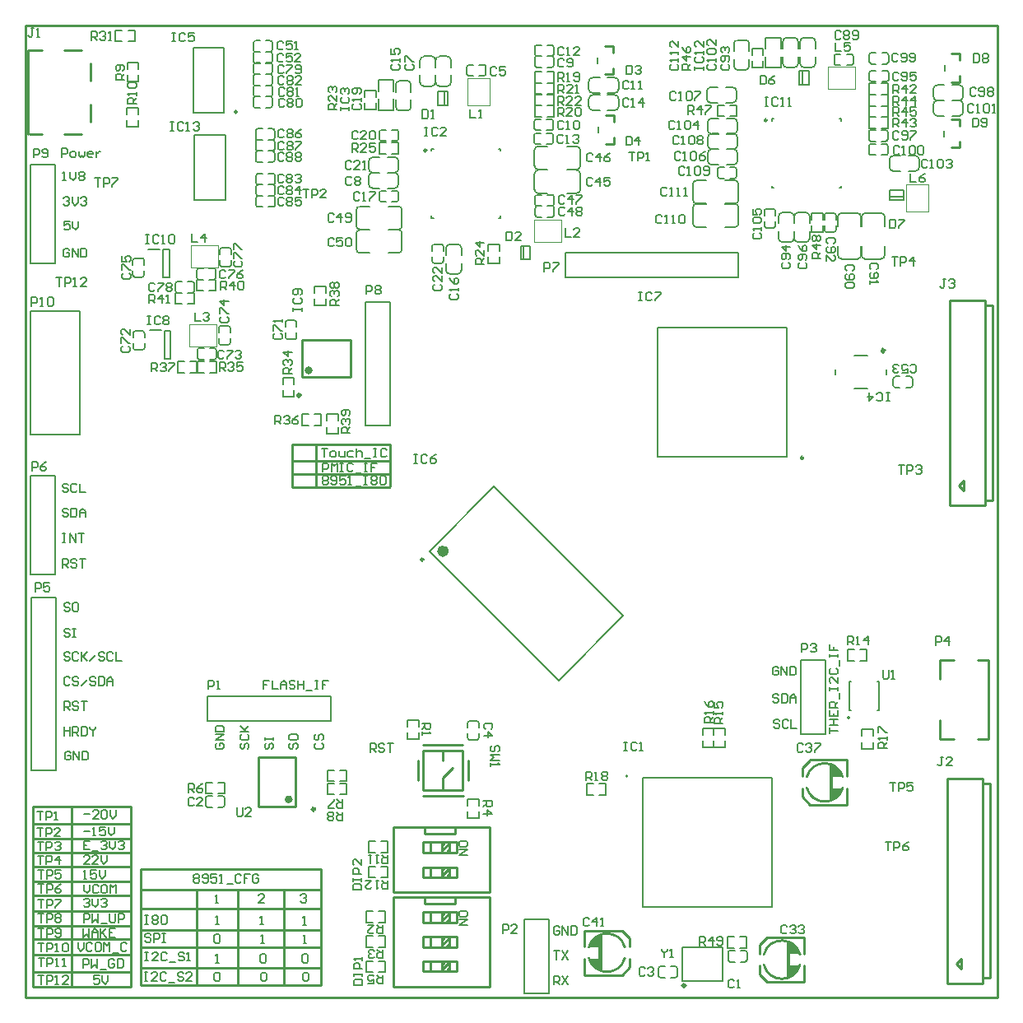
<source format=gto>
G04*
G04 #@! TF.GenerationSoftware,Altium Limited,Altium Designer,21.1.1 (26)*
G04*
G04 Layer_Color=65535*
%FSLAX25Y25*%
%MOIN*%
G70*
G04*
G04 #@! TF.SameCoordinates,FB3CC9E6-9328-4A98-A2C4-C3437A6BD050*
G04*
G04*
G04 #@! TF.FilePolarity,Positive*
G04*
G01*
G75*
%ADD10C,0.00787*%
%ADD11C,0.01000*%
%ADD12C,0.01181*%
%ADD13C,0.01575*%
%ADD14C,0.00984*%
%ADD15C,0.02362*%
%ADD16C,0.00591*%
%ADD17C,0.00394*%
%ADD18C,0.00790*%
%ADD19C,0.00800*%
%ADD20C,0.00700*%
G36*
X233571Y10856D02*
Y25541D01*
X230894Y24163D01*
X229437Y22391D01*
X228492Y21013D01*
X228256Y20423D01*
X231996D01*
X232035Y15738D01*
X228295D01*
X229437Y13336D01*
X230894Y11840D01*
X232547Y11053D01*
X232665Y10856D01*
X233571D01*
D02*
G37*
G36*
X308203Y22544D02*
Y7859D01*
X310880Y9237D01*
X312337Y11009D01*
X313282Y12387D01*
X313518Y12977D01*
X309778D01*
X309739Y17662D01*
X313479D01*
X312337Y20064D01*
X310880Y21560D01*
X309227Y22347D01*
X309109Y22544D01*
X308203D01*
D02*
G37*
G36*
X325529Y94344D02*
Y79659D01*
X328206Y81037D01*
X329663Y82809D01*
X330608Y84187D01*
X330844Y84777D01*
X327104D01*
X327065Y89462D01*
X330805D01*
X329663Y91864D01*
X328206Y93360D01*
X326553Y94147D01*
X326435Y94344D01*
X325529D01*
D02*
G37*
D10*
X291510Y375657D02*
G03*
X293084Y377232I0J1575D01*
G01*
X286864Y377232D02*
G03*
X288439Y375657I1575J0D01*
G01*
X288439Y387743D02*
G03*
X286864Y386169I0J-1575D01*
G01*
X293084D02*
G03*
X291510Y387743I-1575J-0D01*
G01*
X351461Y247802D02*
G03*
X352328Y246936I866J0D01*
G01*
Y251464D02*
G03*
X351461Y250598I0J-866D01*
G01*
X358272Y246936D02*
G03*
X359139Y247802I0J866D01*
G01*
Y250598D02*
G03*
X358272Y251464I-866J0D01*
G01*
X108898Y266535D02*
G03*
X109764Y267401I0J866D01*
G01*
X105236D02*
G03*
X106102Y266535I866J0D01*
G01*
X109764Y273346D02*
G03*
X108898Y274212I-866J0D01*
G01*
X106102D02*
G03*
X105236Y273346I0J-866D01*
G01*
X82371Y295861D02*
G03*
X83237Y296728I0J866D01*
G01*
X78709D02*
G03*
X79576Y295861I866J0D01*
G01*
X83237Y302672D02*
G03*
X82371Y303539I-866J0D01*
G01*
X79576D02*
G03*
X78710Y302672I0J-866D01*
G01*
X69335Y291602D02*
G03*
X70201Y290736I866J0D01*
G01*
Y295264D02*
G03*
X69335Y294398I0J-866D01*
G01*
X76146Y290736D02*
G03*
X77012Y291602I0J866D01*
G01*
Y294398D02*
G03*
X76146Y295264I-866J0D01*
G01*
X60661Y286202D02*
G03*
X61528Y285336I866J0D01*
G01*
Y289864D02*
G03*
X60661Y288998I0J-866D01*
G01*
X67472Y285336D02*
G03*
X68339Y286202I0J866D01*
G01*
Y288998D02*
G03*
X67472Y289864I-866J0D01*
G01*
X47071Y291761D02*
G03*
X47937Y292628I0J866D01*
G01*
X43409D02*
G03*
X44276Y291761I866J0D01*
G01*
X47937Y298572D02*
G03*
X47071Y299439I-866J0D01*
G01*
X44276D02*
G03*
X43409Y298572I0J-866D01*
G01*
X44476Y269939D02*
G03*
X43609Y269072I0J-866D01*
G01*
X48137D02*
G03*
X47271Y269939I-866J0D01*
G01*
X43609Y263128D02*
G03*
X44476Y262261I866J0D01*
G01*
X47271D02*
G03*
X48137Y263128I0J866D01*
G01*
X81971Y264302D02*
G03*
X82837Y265168I0J866D01*
G01*
X78309D02*
G03*
X79176Y264302I866J0D01*
G01*
X82837Y271113D02*
G03*
X81971Y271979I-866J0D01*
G01*
X79176D02*
G03*
X78310Y271113I0J-866D01*
G01*
X69535Y259262D02*
G03*
X70401Y258396I866J0D01*
G01*
Y262924D02*
G03*
X69535Y262057I0J-866D01*
G01*
X76346Y258396D02*
G03*
X77212Y259262I0J866D01*
G01*
Y262057D02*
G03*
X76346Y262924I-866J0D01*
G01*
X101039Y323798D02*
G03*
X100172Y324664I-866J0D01*
G01*
Y320136D02*
G03*
X101039Y321002I0J866D01*
G01*
X94228Y324664D02*
G03*
X93361Y323798I0J-866D01*
G01*
Y321002D02*
G03*
X94228Y320136I866J0D01*
G01*
X101039Y328298D02*
G03*
X100172Y329164I-866J0D01*
G01*
Y324636D02*
G03*
X101039Y325502I0J866D01*
G01*
X94228Y329164D02*
G03*
X93361Y328298I0J-866D01*
G01*
Y325502D02*
G03*
X94228Y324636I866J0D01*
G01*
X101039Y332798D02*
G03*
X100172Y333664I-866J0D01*
G01*
Y329136D02*
G03*
X101039Y330002I0J866D01*
G01*
X94228Y333664D02*
G03*
X93361Y332798I0J-866D01*
G01*
Y330002D02*
G03*
X94228Y329136I866J0D01*
G01*
X100829Y341998D02*
G03*
X99963Y342864I-866J0D01*
G01*
Y338336D02*
G03*
X100829Y339202I0J866D01*
G01*
X94018Y342864D02*
G03*
X93152Y341998I0J-866D01*
G01*
Y339202D02*
G03*
X94018Y338336I866J0D01*
G01*
X100829Y346513D02*
G03*
X99963Y347379I-866J0D01*
G01*
Y342851D02*
G03*
X100829Y343717I0J866D01*
G01*
X94018Y347379D02*
G03*
X93152Y346513I0J-866D01*
G01*
Y343717D02*
G03*
X94018Y342851I866J0D01*
G01*
X100829Y350998D02*
G03*
X99963Y351864I-866J0D01*
G01*
Y347336D02*
G03*
X100829Y348202I0J866D01*
G01*
X94018Y351864D02*
G03*
X93152Y350998I0J-866D01*
G01*
Y348202D02*
G03*
X94018Y347336I866J0D01*
G01*
X99939Y386598D02*
G03*
X99072Y387464I-866J0D01*
G01*
Y382936D02*
G03*
X99939Y383802I0J866D01*
G01*
X93128Y387464D02*
G03*
X92261Y386598I0J-866D01*
G01*
Y383802D02*
G03*
X93128Y382936I866J0D01*
G01*
X99912Y382098D02*
G03*
X99046Y382964I-866J0D01*
G01*
Y378436D02*
G03*
X99912Y379302I0J866D01*
G01*
X93101Y382964D02*
G03*
X92235Y382098I0J-866D01*
G01*
Y379302D02*
G03*
X93101Y378436I866J0D01*
G01*
X99939Y377598D02*
G03*
X99072Y378464I-866J0D01*
G01*
Y373936D02*
G03*
X99939Y374802I0J866D01*
G01*
X93128Y378464D02*
G03*
X92261Y377598I0J-866D01*
G01*
Y374802D02*
G03*
X93128Y373936I866J0D01*
G01*
X99912Y372998D02*
G03*
X99046Y373864I-866J0D01*
G01*
Y369336D02*
G03*
X99912Y370202I0J866D01*
G01*
X93101Y373864D02*
G03*
X92235Y372998I0J-866D01*
G01*
Y370202D02*
G03*
X93101Y369336I866J0D01*
G01*
X99939Y368498D02*
G03*
X99072Y369364I-866J0D01*
G01*
Y364836D02*
G03*
X99939Y365702I0J866D01*
G01*
X93128Y369364D02*
G03*
X92261Y368498I0J-866D01*
G01*
Y365702D02*
G03*
X93128Y364836I866J0D01*
G01*
X99912Y363998D02*
G03*
X99046Y364864I-866J0D01*
G01*
Y360336D02*
G03*
X99912Y361202I0J866D01*
G01*
X93101Y364864D02*
G03*
X92235Y363998I0J-866D01*
G01*
Y361202D02*
G03*
X93101Y360336I866J0D01*
G01*
X378172Y363271D02*
G03*
X379747Y364846I-0J1575D01*
G01*
Y367916D02*
G03*
X378172Y369491I-1575J0D01*
G01*
X369235Y369491D02*
G03*
X367660Y367916I0J-1575D01*
G01*
X367660Y364846D02*
G03*
X369235Y363271I1575J0D01*
G01*
X378172Y357071D02*
G03*
X379747Y358646I-0J1575D01*
G01*
Y361717D02*
G03*
X378172Y363291I-1575J0D01*
G01*
X369235Y363291D02*
G03*
X367660Y361717I0J-1575D01*
G01*
X367660Y358646D02*
G03*
X369235Y357071I1575J0D01*
G01*
X300006Y319402D02*
G03*
X299139Y318536I0J-866D01*
G01*
X303667D02*
G03*
X302801Y319402I-866J0D01*
G01*
X299139Y312591D02*
G03*
X300006Y311725I866J0D01*
G01*
X302801D02*
G03*
X303667Y312591I0J866D01*
G01*
X351431Y340910D02*
G03*
X349857Y339335I0J-1575D01*
G01*
Y336265D02*
G03*
X351431Y334690I1575J0D01*
G01*
X360368Y334690D02*
G03*
X361943Y336265I-0J1575D01*
G01*
X361943Y339335D02*
G03*
X360368Y340910I-1575J0D01*
G01*
X317510Y316369D02*
G03*
X315935Y317943I-1575J-0D01*
G01*
X312865D02*
G03*
X311290Y316369I0J-1575D01*
G01*
X311290Y307432D02*
G03*
X312865Y305857I1575J0D01*
G01*
X315935Y305857D02*
G03*
X317510Y307432I0J1575D01*
G01*
X311210Y316369D02*
G03*
X309635Y317943I-1575J-0D01*
G01*
X306565D02*
G03*
X304990Y316369I0J-1575D01*
G01*
X304990Y307432D02*
G03*
X306565Y305857I1575J0D01*
G01*
X309635Y305857D02*
G03*
X311210Y307432I0J1575D01*
G01*
X338401Y316097D02*
G03*
X336826Y317672I-1575J0D01*
G01*
X330527D02*
G03*
X328952Y316097I0J-1575D01*
G01*
Y300703D02*
G03*
X330527Y299128I1575J0D01*
G01*
X336826D02*
G03*
X338401Y300703I0J1575D01*
G01*
X348001Y316097D02*
G03*
X346426Y317672I-1575J0D01*
G01*
X340127D02*
G03*
X338552Y316097I0J-1575D01*
G01*
Y300703D02*
G03*
X340127Y299128I1575J0D01*
G01*
X346426D02*
G03*
X348001Y300703I0J1575D01*
G01*
X327298Y309961D02*
G03*
X328164Y310828I0J866D01*
G01*
X323636D02*
G03*
X324502Y309961I866J0D01*
G01*
X328164Y316772D02*
G03*
X327298Y317639I-866J0D01*
G01*
X324502D02*
G03*
X323636Y316772I0J-866D01*
G01*
X349239Y344798D02*
G03*
X348372Y345664I-866J0D01*
G01*
Y341136D02*
G03*
X349239Y342002I0J866D01*
G01*
X342428Y345664D02*
G03*
X341561Y344798I0J-866D01*
G01*
Y342002D02*
G03*
X342428Y341136I866J0D01*
G01*
X349165Y350398D02*
G03*
X348299Y351264I-866J0D01*
G01*
Y346736D02*
G03*
X349165Y347602I0J866D01*
G01*
X342354Y351264D02*
G03*
X341488Y350398I0J-866D01*
G01*
Y347602D02*
G03*
X342354Y346736I866J0D01*
G01*
X341788Y371790D02*
G03*
X342654Y370924I866J0D01*
G01*
Y375451D02*
G03*
X341788Y374585I0J-866D01*
G01*
X348599Y370924D02*
G03*
X349465Y371790I0J866D01*
G01*
Y374585D02*
G03*
X348599Y375451I-866J0D01*
G01*
X341788Y378990D02*
G03*
X342654Y378124I866J0D01*
G01*
Y382651D02*
G03*
X341788Y381785I0J-866D01*
G01*
X348599Y378124D02*
G03*
X349465Y378990I0J866D01*
G01*
Y381785D02*
G03*
X348599Y382651I-866J0D01*
G01*
X335142Y381188D02*
G03*
X334276Y382054I-866J0D01*
G01*
Y377527D02*
G03*
X335142Y378393I0J866D01*
G01*
X328331Y382054D02*
G03*
X327465Y381188I0J-866D01*
G01*
Y378393D02*
G03*
X328331Y377527I866J0D01*
G01*
X319913Y387159D02*
G03*
X318339Y388734I-1575J-0D01*
G01*
X315268D02*
G03*
X313693Y387159I0J-1575D01*
G01*
X313693Y378222D02*
G03*
X315268Y376647I1575J0D01*
G01*
X318339Y376647D02*
G03*
X319913Y378222I0J1575D01*
G01*
X312913Y387159D02*
G03*
X311339Y388734I-1575J-0D01*
G01*
X308268D02*
G03*
X306693Y387159I0J-1575D01*
G01*
X306693Y378222D02*
G03*
X308268Y376647I1575J0D01*
G01*
X311339Y376647D02*
G03*
X312913Y378222I0J1575D01*
G01*
X277435Y368601D02*
G03*
X275860Y367026I0J-1575D01*
G01*
Y363955D02*
G03*
X277435Y362380I1575J0D01*
G01*
X286372Y362380D02*
G03*
X287947Y363955I-0J1575D01*
G01*
X287947Y367026D02*
G03*
X286372Y368601I-1575J0D01*
G01*
X287200Y311966D02*
G03*
X288775Y313541I0J1575D01*
G01*
Y319840D02*
G03*
X287200Y321415I-1575J-0D01*
G01*
X271806D02*
G03*
X270232Y319840I0J-1575D01*
G01*
Y313541D02*
G03*
X271806Y311966I1575J0D01*
G01*
X277766Y356001D02*
G03*
X276191Y354426I0J-1575D01*
G01*
Y351355D02*
G03*
X277766Y349780I1575J0D01*
G01*
X286703Y349780D02*
G03*
X288278Y351355I-0J1575D01*
G01*
X288278Y354426D02*
G03*
X286703Y356001I-1575J0D01*
G01*
X287200Y321466D02*
G03*
X288775Y323041I0J1575D01*
G01*
Y329340D02*
G03*
X287200Y330915I-1575J-0D01*
G01*
X271806D02*
G03*
X270232Y329340I0J-1575D01*
G01*
Y323041D02*
G03*
X271806Y321466I1575J0D01*
G01*
X287968Y335388D02*
G03*
X287102Y336254I-866J0D01*
G01*
Y331727D02*
G03*
X287968Y332593I0J866D01*
G01*
X281157Y336254D02*
G03*
X280291Y335388I0J-866D01*
G01*
Y332593D02*
G03*
X281157Y331727I866J0D01*
G01*
X277835Y343501D02*
G03*
X276260Y341926I0J-1575D01*
G01*
Y338855D02*
G03*
X277835Y337280I1575J0D01*
G01*
X286772Y337280D02*
G03*
X288347Y338855I-0J1575D01*
G01*
X288347Y341926D02*
G03*
X286772Y343501I-1575J0D01*
G01*
X286772Y343580D02*
G03*
X288347Y345155I-0J1575D01*
G01*
Y348226D02*
G03*
X286772Y349801I-1575J0D01*
G01*
X277835Y349801D02*
G03*
X276260Y348226I0J-1575D01*
G01*
X276260Y345155D02*
G03*
X277835Y343580I1575J0D01*
G01*
X133915Y303061D02*
G03*
X135490Y301486I1575J0D01*
G01*
Y310935D02*
G03*
X133915Y309360I0J-1575D01*
G01*
X152458D02*
G03*
X150883Y310935I-1575J-0D01*
G01*
Y301486D02*
G03*
X152458Y303061I0J1575D01*
G01*
X133915Y312561D02*
G03*
X135490Y310986I1575J0D01*
G01*
Y320435D02*
G03*
X133915Y318860I0J-1575D01*
G01*
X152458D02*
G03*
X150883Y320435I-1575J-0D01*
G01*
Y310986D02*
G03*
X152458Y312561I0J1575D01*
G01*
X224658Y343160D02*
G03*
X223083Y344735I-1575J0D01*
G01*
Y335286D02*
G03*
X224658Y336861I0J1575D01*
G01*
X206115D02*
G03*
X207690Y335286I1575J0D01*
G01*
Y344735D02*
G03*
X206115Y343160I-0J-1575D01*
G01*
X224658Y333560D02*
G03*
X223083Y335135I-1575J0D01*
G01*
Y325686D02*
G03*
X224658Y327261I0J1575D01*
G01*
X206115D02*
G03*
X207690Y325686I1575J0D01*
G01*
Y335135D02*
G03*
X206115Y333560I-0J-1575D01*
G01*
X214025Y324208D02*
G03*
X213159Y325074I-866J0D01*
G01*
Y320547D02*
G03*
X214025Y321413I0J866D01*
G01*
X207214Y325074D02*
G03*
X206348Y324208I0J-866D01*
G01*
Y321413D02*
G03*
X207214Y320547I866J0D01*
G01*
X206442Y316913D02*
G03*
X207309Y316047I866J0D01*
G01*
Y320574D02*
G03*
X206442Y319708I0J-866D01*
G01*
X213253Y316047D02*
G03*
X214120Y316913I0J866D01*
G01*
Y319708D02*
G03*
X213253Y320574I-866J0D01*
G01*
X151057Y338719D02*
G03*
X149482Y340294I-1575J0D01*
G01*
X149482Y334073D02*
G03*
X151057Y335648I-0J1575D01*
G01*
X138970Y335648D02*
G03*
X140545Y334073I1575J-0D01*
G01*
Y340294D02*
G03*
X138970Y338719I0J-1575D01*
G01*
X154522Y359174D02*
G03*
X156097Y360749I0J1575D01*
G01*
X149876Y360749D02*
G03*
X151451Y359174I1575J0D01*
G01*
X151451Y371261D02*
G03*
X149876Y369686I-0J-1575D01*
G01*
X156097D02*
G03*
X154522Y371261I-1575J-0D01*
G01*
X171851Y305067D02*
G03*
X170276Y303492I0J-1575D01*
G01*
X176497Y303492D02*
G03*
X174922Y305067I-1575J-0D01*
G01*
X174922Y292980D02*
G03*
X176497Y294555I0J1575D01*
G01*
X170276D02*
G03*
X171851Y292980I1575J0D01*
G01*
X164422Y369080D02*
G03*
X165997Y370655I0J1575D01*
G01*
X159776Y370655D02*
G03*
X161351Y369080I1575J0D01*
G01*
X161351Y381167D02*
G03*
X159776Y379592I-0J-1575D01*
G01*
X165997D02*
G03*
X164422Y381167I-1575J-0D01*
G01*
X228118Y360875D02*
G03*
X229693Y359300I1575J0D01*
G01*
X229693Y365521D02*
G03*
X228118Y363946I0J-1575D01*
G01*
X240205Y363946D02*
G03*
X238630Y365521I-1575J0D01*
G01*
Y359300D02*
G03*
X240205Y360875I-0J1575D01*
G01*
X228070Y367861D02*
G03*
X229645Y366287I1575J0D01*
G01*
X229645Y372507D02*
G03*
X228070Y370932I0J-1575D01*
G01*
X240157Y370932D02*
G03*
X238582Y372507I-1575J0D01*
G01*
Y366287D02*
G03*
X240157Y367861I-0J1575D01*
G01*
X138943Y329361D02*
G03*
X140518Y327787I1575J0D01*
G01*
X140518Y334007D02*
G03*
X138943Y332432I0J-1575D01*
G01*
X151030Y332432D02*
G03*
X149455Y334007I-1575J0D01*
G01*
Y327787D02*
G03*
X151030Y329361I-0J1575D01*
G01*
X170722Y369067D02*
G03*
X172297Y370642I0J1575D01*
G01*
X166076Y370642D02*
G03*
X167651Y369067I1575J0D01*
G01*
X167651Y381154D02*
G03*
X166076Y379579I-0J-1575D01*
G01*
X172297D02*
G03*
X170722Y381154I-1575J-0D01*
G01*
X72861Y77902D02*
G03*
X73728Y77036I866J0D01*
G01*
Y81564D02*
G03*
X72861Y80698I0J-866D01*
G01*
X79672Y77036D02*
G03*
X80539Y77902I0J866D01*
G01*
Y80698D02*
G03*
X79672Y81564I-866J0D01*
G01*
X182698Y104261D02*
G03*
X183564Y105128I0J866D01*
G01*
X179036D02*
G03*
X179902Y104261I866J0D01*
G01*
X183564Y111072D02*
G03*
X182698Y111939I-866J0D01*
G01*
X179902D02*
G03*
X179036Y111072I0J-866D01*
G01*
X292165Y18058D02*
G03*
X291299Y18924I-866J0D01*
G01*
Y14396D02*
G03*
X292165Y15262I0J866D01*
G01*
X285354Y18924D02*
G03*
X284488Y18058I0J-866D01*
G01*
Y15262D02*
G03*
X285354Y14396I866J0D01*
G01*
X263965Y11658D02*
G03*
X263099Y12524I-866J0D01*
G01*
Y7996D02*
G03*
X263965Y8862I0J866D01*
G01*
X257154Y12524D02*
G03*
X256288Y11658I0J-866D01*
G01*
Y8862D02*
G03*
X257154Y7996I866J0D01*
G01*
X150925Y325894D02*
G03*
X150059Y326761I-866J0D01*
G01*
Y322233D02*
G03*
X150925Y323099I0J866D01*
G01*
X144114Y326761D02*
G03*
X143248Y325894I0J-866D01*
G01*
Y323099D02*
G03*
X144114Y322233I866J0D01*
G01*
X150987Y350592D02*
G03*
X150120Y351458I-866J0D01*
G01*
Y346931D02*
G03*
X150987Y347797I0J866D01*
G01*
X144176Y351458D02*
G03*
X143309Y350592I0J-866D01*
G01*
Y347797D02*
G03*
X144176Y346931I866J0D01*
G01*
X165489Y305049D02*
G03*
X164623Y304183I0J-866D01*
G01*
X169150D02*
G03*
X168284Y305049I-866J0D01*
G01*
X164623Y298238D02*
G03*
X165489Y297372I866J0D01*
G01*
X168284D02*
G03*
X169150Y298238I0J866D01*
G01*
X213619Y349198D02*
G03*
X212753Y350064I-866J0D01*
G01*
Y345536D02*
G03*
X213619Y346402I0J866D01*
G01*
X206808Y350064D02*
G03*
X205942Y349198I0J-866D01*
G01*
Y346402D02*
G03*
X206808Y345536I866J0D01*
G01*
X213752Y354795D02*
G03*
X212886Y355661I-866J0D01*
G01*
Y351133D02*
G03*
X213752Y351999I0J866D01*
G01*
X206941Y355661D02*
G03*
X206075Y354795I0J-866D01*
G01*
Y351999D02*
G03*
X206941Y351133I866J0D01*
G01*
X206209Y377602D02*
G03*
X207076Y376735I866J0D01*
G01*
Y381263D02*
G03*
X206209Y380397I0J-866D01*
G01*
X213020Y376735D02*
G03*
X213887Y377602I0J866D01*
G01*
Y380397D02*
G03*
X213020Y381263I-866J0D01*
G01*
X213887Y384897D02*
G03*
X213020Y385763I-866J0D01*
G01*
Y381235D02*
G03*
X213887Y382102I0J866D01*
G01*
X207076Y385763D02*
G03*
X206209Y384897I0J-866D01*
G01*
Y382102D02*
G03*
X207076Y381235I866J0D01*
G01*
X186425Y376908D02*
G03*
X185559Y377774I-866J0D01*
G01*
Y373247D02*
G03*
X186425Y374113I0J866D01*
G01*
X179614Y377774D02*
G03*
X178748Y376908I0J-866D01*
G01*
Y374113D02*
G03*
X179614Y373247I866J0D01*
G01*
X243900Y89659D02*
G03*
X243900Y89659I-394J0D01*
G01*
X293084Y383275D02*
Y386169D01*
X288439Y375657D02*
X291510D01*
X288439Y387743D02*
X291510D01*
X293084Y377232D02*
Y380125D01*
X286864Y377232D02*
Y380125D01*
X286864Y383275D02*
Y386169D01*
X288500Y291600D02*
Y301600D01*
X218500Y291600D02*
X288500D01*
X218500D02*
Y301600D01*
X288500D01*
X292039Y19936D02*
Y24464D01*
X284361Y19936D02*
Y24464D01*
X289381Y19936D02*
X292039D01*
X284361D02*
X287019D01*
X289381Y24464D02*
X292039D01*
X284361D02*
X287019D01*
X338636Y108465D02*
X343164D01*
X338636Y100788D02*
X343164D01*
Y105808D02*
Y108465D01*
Y100788D02*
Y103446D01*
X338636Y105808D02*
Y108465D01*
Y100788D02*
Y103446D01*
X227261Y82036D02*
Y86564D01*
X234939Y82036D02*
Y86564D01*
X227261D02*
X229919D01*
X232281D02*
X234939D01*
X227261Y82036D02*
X229919D01*
X232281D02*
X234939D01*
X1900Y277800D02*
X21900D01*
X1900Y227800D02*
X21900D01*
X1900D02*
Y277800D01*
X21900Y227800D02*
Y277800D01*
X348540Y252420D02*
Y254380D01*
X335540Y246710D02*
X341060D01*
X335540Y260090D02*
X341060D01*
X328060Y252420D02*
Y254380D01*
X351461Y247802D02*
Y250598D01*
X352347Y246936D02*
X354119D01*
X352347Y251464D02*
X354119D01*
X356481Y246936D02*
X358253D01*
X356481Y251464D02*
X358253D01*
X359139Y247802D02*
Y250598D01*
X117036Y287865D02*
X121564D01*
X117036Y280188D02*
X121564D01*
Y285208D02*
Y287865D01*
Y280188D02*
Y282846D01*
X117036Y285208D02*
Y287865D01*
Y280188D02*
Y282846D01*
X106102Y266535D02*
X108898D01*
X109764Y267421D02*
Y269192D01*
X105236Y267421D02*
Y269192D01*
X109764Y271554D02*
Y273326D01*
X105236Y271554D02*
Y273326D01*
X106102Y274212D02*
X108898D01*
X104236Y250839D02*
X108764D01*
X104236Y243161D02*
X108764D01*
Y248181D02*
Y250839D01*
Y243161D02*
Y245819D01*
X104236Y248181D02*
Y250839D01*
Y243161D02*
Y245819D01*
X121936Y228461D02*
X126464D01*
X121936Y236139D02*
X126464D01*
X121936Y228461D02*
Y231119D01*
Y233481D02*
Y236139D01*
X126464Y228461D02*
Y231119D01*
Y233481D02*
Y236139D01*
X111861Y231636D02*
Y236164D01*
X119539Y231636D02*
Y236164D01*
X111861D02*
X114519D01*
X116881D02*
X119539D01*
X111861Y231636D02*
X114519D01*
X116881D02*
X119539D01*
X299593Y376579D02*
Y381047D01*
Y384197D02*
Y388665D01*
X305813Y376579D02*
Y381047D01*
X299593Y388665D02*
X305813D01*
X299593Y376579D02*
X305813D01*
Y384197D02*
Y388665D01*
X79576Y295861D02*
X82371D01*
X83237Y296747D02*
Y298519D01*
X78709Y296747D02*
Y298519D01*
X83237Y300881D02*
Y302653D01*
X78710Y300881D02*
Y302653D01*
X79576Y303539D02*
X82371D01*
X69335Y291602D02*
Y294398D01*
X70221Y290736D02*
X71992D01*
X70221Y295264D02*
X71992D01*
X74354Y290736D02*
X76126D01*
X74354Y295264D02*
X76126D01*
X77012Y291602D02*
Y294398D01*
X69335Y286136D02*
Y290664D01*
X77012Y286136D02*
Y290664D01*
X69335D02*
X71992D01*
X74354D02*
X77012D01*
X69335Y286136D02*
X71992D01*
X74354D02*
X77012D01*
X60735Y280836D02*
Y285364D01*
X68412Y280836D02*
Y285364D01*
X60735D02*
X63392D01*
X65754D02*
X68412D01*
X60735Y280836D02*
X63392D01*
X65754D02*
X68412D01*
X60661Y286202D02*
Y288998D01*
X61547Y285336D02*
X63319D01*
X61547Y289864D02*
X63319D01*
X65681Y285336D02*
X67453D01*
X65681Y289864D02*
X67453D01*
X68339Y286202D02*
Y288998D01*
X49690Y303105D02*
X54414D01*
X55792Y291491D02*
Y302909D01*
Y291491D02*
X58154D01*
Y302909D01*
X55792D02*
X58154D01*
X44276Y291761D02*
X47071D01*
X47937Y292647D02*
Y294419D01*
X43409Y292647D02*
Y294419D01*
X47937Y296781D02*
Y298553D01*
X43409Y296781D02*
Y298553D01*
X44276Y299439D02*
X47071D01*
X44476Y269939D02*
X47271D01*
X43609Y267281D02*
Y269053D01*
X48137Y267281D02*
Y269053D01*
X43609Y263147D02*
Y264919D01*
X48137Y263147D02*
Y264919D01*
X44476Y262261D02*
X47271D01*
X50190Y270305D02*
X54914D01*
X56292Y258691D02*
Y270109D01*
Y258691D02*
X58654D01*
Y270109D01*
X56292D02*
X58654D01*
X79176Y264302D02*
X81971D01*
X82837Y265187D02*
Y266959D01*
X78309Y265187D02*
Y266959D01*
X82837Y269321D02*
Y271093D01*
X78310Y269321D02*
Y271093D01*
X79176Y271979D02*
X81971D01*
X69535Y259262D02*
Y262057D01*
X70420Y258396D02*
X72192D01*
X70420Y262924D02*
X72192D01*
X74554Y258396D02*
X76326D01*
X74554Y262924D02*
X76326D01*
X77212Y259262D02*
Y262057D01*
X69535Y253036D02*
Y257564D01*
X77212Y253036D02*
Y257564D01*
X69535D02*
X72192D01*
X74554D02*
X77212D01*
X69535Y253036D02*
X72192D01*
X74554D02*
X77212D01*
X61735D02*
Y257564D01*
X69412Y253036D02*
Y257564D01*
X61735D02*
X64392D01*
X66754D02*
X69412D01*
X61735Y253036D02*
X64392D01*
X66754D02*
X69412D01*
X101039Y321002D02*
Y323798D01*
X98381Y324664D02*
X100153D01*
X98381Y320136D02*
X100153D01*
X94247Y324664D02*
X96019D01*
X94247Y320136D02*
X96019D01*
X93361Y321002D02*
Y323798D01*
X101039Y325502D02*
Y328298D01*
X98381Y329164D02*
X100153D01*
X98381Y324636D02*
X100153D01*
X94247Y329164D02*
X96019D01*
X94247Y324636D02*
X96019D01*
X93361Y325502D02*
Y328298D01*
X101039Y330002D02*
Y332798D01*
X98381Y333664D02*
X100153D01*
X98381Y329136D02*
X100153D01*
X94247Y333664D02*
X96019D01*
X94247Y329136D02*
X96019D01*
X93361Y330002D02*
Y332798D01*
X100829Y339202D02*
Y341998D01*
X98172Y342864D02*
X99943D01*
X98172Y338336D02*
X99943D01*
X94038Y342864D02*
X95810D01*
X94038Y338336D02*
X95810D01*
X93152Y339202D02*
Y341998D01*
X100829Y343717D02*
Y346513D01*
X98172Y347379D02*
X99943D01*
X98172Y342851D02*
X99943D01*
X94038Y347379D02*
X95810D01*
X94038Y342851D02*
X95810D01*
X93152Y343717D02*
Y346513D01*
X100829Y348202D02*
Y350998D01*
X98172Y351864D02*
X99943D01*
X98172Y347336D02*
X99943D01*
X94038Y351864D02*
X95810D01*
X94038Y347336D02*
X95810D01*
X93152Y348202D02*
Y350998D01*
X68098Y384789D02*
X80302D01*
X68098Y358411D02*
X80302D01*
X68098D02*
Y384789D01*
X80302Y358411D02*
Y384789D01*
X99939Y383802D02*
Y386598D01*
X97281Y387464D02*
X99053D01*
X97281Y382936D02*
X99053D01*
X93147Y387464D02*
X94919D01*
X93147Y382936D02*
X94919D01*
X92261Y383802D02*
Y386598D01*
X99912Y379302D02*
Y382098D01*
X97254Y382964D02*
X99026D01*
X97254Y378436D02*
X99026D01*
X93120Y382964D02*
X94892D01*
X93120Y378436D02*
X94892D01*
X92235Y379302D02*
Y382098D01*
X99939Y374802D02*
Y377598D01*
X97281Y378464D02*
X99053D01*
X97281Y373936D02*
X99053D01*
X93147Y378464D02*
X94919D01*
X93147Y373936D02*
X94919D01*
X92261Y374802D02*
Y377598D01*
X99912Y370202D02*
Y372998D01*
X97254Y373864D02*
X99026D01*
X97254Y369336D02*
X99026D01*
X93120Y373864D02*
X94892D01*
X93120Y369336D02*
X94892D01*
X92235Y370202D02*
Y372998D01*
X99939Y365702D02*
Y368498D01*
X97281Y369364D02*
X99053D01*
X97281Y364836D02*
X99053D01*
X93147Y369364D02*
X94919D01*
X93147Y364836D02*
X94919D01*
X92261Y365702D02*
Y368498D01*
X99912Y361202D02*
Y363998D01*
X97254Y364864D02*
X99026D01*
X97254Y360336D02*
X99026D01*
X93120Y364864D02*
X94892D01*
X93120Y360336D02*
X94892D01*
X92235Y361202D02*
Y363998D01*
X322864Y314981D02*
Y317639D01*
Y309961D02*
Y312619D01*
X318336Y314981D02*
Y317639D01*
Y309961D02*
Y312619D01*
Y317639D02*
X322864D01*
X318336Y309961D02*
X322864D01*
X372160Y375209D02*
Y377572D01*
X375278Y369491D02*
X378172D01*
X369235Y369491D02*
X372128D01*
X369235Y363271D02*
X372128D01*
X379747Y364846D02*
Y367916D01*
X367660Y364846D02*
Y367916D01*
X375278Y363271D02*
X378172D01*
X375278Y363291D02*
X378172D01*
X369235Y363291D02*
X372128D01*
X369235Y357071D02*
X372128D01*
X379747Y358646D02*
Y361717D01*
X367660Y358646D02*
Y361717D01*
X375278Y357071D02*
X378172D01*
X372060Y348710D02*
Y351072D01*
X300006Y319402D02*
X302801D01*
X299139Y316745D02*
Y318517D01*
X303667Y316745D02*
Y318517D01*
X299139Y312611D02*
Y314383D01*
X303667Y312611D02*
Y314383D01*
X300006Y311725D02*
X302801D01*
X351431Y334690D02*
X354325D01*
X357475Y334690D02*
X360368D01*
X357475Y340910D02*
X360368D01*
X349857Y336265D02*
Y339335D01*
X361943Y336265D02*
Y339335D01*
X351431Y340910D02*
X354325D01*
X311290Y313475D02*
Y316369D01*
X311290Y307432D02*
Y310325D01*
X317510Y307432D02*
Y310325D01*
X312865Y317943D02*
X315935D01*
X312865Y305857D02*
X315935D01*
X317510Y313475D02*
Y316369D01*
X304990Y313475D02*
Y316369D01*
X304990Y307432D02*
Y310325D01*
X311210Y307432D02*
Y310325D01*
X306565Y317943D02*
X309635D01*
X306565Y305857D02*
X309635D01*
X311210Y313475D02*
Y316369D01*
X350041Y323041D02*
Y326978D01*
X355553Y323041D02*
Y326978D01*
X350041D02*
X355553D01*
X350041Y323041D02*
X355553D01*
X350041Y324222D02*
X355553D01*
X330527Y317672D02*
X336826D01*
X330527Y299128D02*
X336826D01*
X338401Y312337D02*
Y316097D01*
Y300703D02*
Y304463D01*
X328952Y300703D02*
Y304463D01*
Y312337D02*
Y316097D01*
X340127Y317672D02*
X346426D01*
X340127Y299128D02*
X346426D01*
X348001Y312337D02*
Y316097D01*
Y300703D02*
Y304463D01*
X338552Y300703D02*
Y304463D01*
Y312337D02*
Y316097D01*
X324502Y309961D02*
X327298D01*
X328164Y310847D02*
Y312619D01*
X323636Y310847D02*
Y312619D01*
X328164Y314981D02*
Y316753D01*
X323636Y314981D02*
Y316753D01*
X324502Y317639D02*
X327298D01*
X349239Y342002D02*
Y344798D01*
X346581Y345664D02*
X348353D01*
X346581Y341136D02*
X348353D01*
X342447Y345664D02*
X344219D01*
X342447Y341136D02*
X344219D01*
X341561Y342002D02*
Y344798D01*
X349265Y352024D02*
Y356551D01*
X341588Y352024D02*
Y356551D01*
X346608Y352024D02*
X349265D01*
X341588D02*
X344246D01*
X346608Y356551D02*
X349265D01*
X341588D02*
X344246D01*
X349165Y347602D02*
Y350398D01*
X346508Y351264D02*
X348280D01*
X346508Y346736D02*
X348280D01*
X342374Y351264D02*
X344146D01*
X342374Y346736D02*
X344146D01*
X341488Y347602D02*
Y350398D01*
X341588Y356527D02*
Y361054D01*
X349265Y356527D02*
Y361054D01*
X341588D02*
X344246D01*
X346608D02*
X349265D01*
X341588Y356527D02*
X344246D01*
X346608D02*
X349265D01*
X341588Y361024D02*
Y365551D01*
X349265Y361024D02*
Y365551D01*
X341588D02*
X344246D01*
X346608D02*
X349265D01*
X341588Y361024D02*
X344246D01*
X346608D02*
X349265D01*
X341788Y371790D02*
Y374585D01*
X342674Y370924D02*
X344446D01*
X342674Y375451D02*
X344446D01*
X346808Y370924D02*
X348580D01*
X346808Y375451D02*
X348580D01*
X349465Y371790D02*
Y374585D01*
X349265Y365624D02*
Y370151D01*
X341588Y365624D02*
Y370151D01*
X346608Y365624D02*
X349265D01*
X341588D02*
X344246D01*
X346608Y370151D02*
X349265D01*
X341588D02*
X344246D01*
X341788Y378990D02*
Y381785D01*
X342674Y378124D02*
X344446D01*
X342674Y382651D02*
X344446D01*
X346808Y378124D02*
X348580D01*
X346808Y382651D02*
X348580D01*
X349465Y378990D02*
Y381785D01*
X335142Y378393D02*
Y381188D01*
X332484Y382054D02*
X334256D01*
X332484Y377527D02*
X334256D01*
X328350Y382054D02*
X330122D01*
X328350Y377527D02*
X330122D01*
X327465Y378393D02*
Y381188D01*
X313693Y384265D02*
Y387159D01*
X313693Y378222D02*
Y381116D01*
X319913Y378222D02*
Y381116D01*
X315268Y388734D02*
X318339D01*
X315268Y376647D02*
X318339D01*
X319913Y384265D02*
Y387159D01*
X306693Y384265D02*
Y387159D01*
X306693Y378222D02*
Y381116D01*
X312913Y378222D02*
Y381116D01*
X308268Y388734D02*
X311339D01*
X308268Y376647D02*
X311339D01*
X312913Y384265D02*
Y387159D01*
X313435Y375247D02*
X317372D01*
X313435Y369735D02*
X317372D01*
Y375247D01*
X313435Y369735D02*
Y375247D01*
X314616Y369735D02*
Y375247D01*
X294139Y376552D02*
X298667D01*
X294139Y384229D02*
X298667D01*
X294139Y376552D02*
Y379209D01*
Y381572D02*
Y384229D01*
X298667Y376552D02*
Y379209D01*
Y381572D02*
Y384229D01*
X277435Y362380D02*
X280328D01*
X283478Y362380D02*
X286372D01*
X283478Y368601D02*
X286372D01*
X275860Y363955D02*
Y367026D01*
X287947Y363955D02*
Y367026D01*
X277435Y368601D02*
X280328D01*
X288775Y313541D02*
Y319840D01*
X270232Y313541D02*
Y319840D01*
X283440Y311966D02*
X287200D01*
X271806D02*
X275566D01*
X271806Y321415D02*
X275566D01*
X283440D02*
X287200D01*
X280265Y356927D02*
Y361454D01*
X287942Y356927D02*
Y361454D01*
X280265D02*
X282922D01*
X285284D02*
X287942D01*
X280265Y356927D02*
X282922D01*
X285284D02*
X287942D01*
X277766Y349780D02*
X280660D01*
X283809Y349780D02*
X286703D01*
X283809Y356001D02*
X286703D01*
X276191Y351355D02*
Y354426D01*
X288278Y351355D02*
Y354426D01*
X277766Y356001D02*
X280660D01*
X288775Y323041D02*
Y329340D01*
X270232Y323041D02*
Y329340D01*
X283440Y321466D02*
X287200D01*
X271806D02*
X275566D01*
X271806Y330915D02*
X275566D01*
X283440D02*
X287200D01*
X287968Y332593D02*
Y335388D01*
X285311Y336254D02*
X287083D01*
X285311Y331727D02*
X287083D01*
X281177Y336254D02*
X282949D01*
X281177Y331727D02*
X282949D01*
X280291Y332593D02*
Y335388D01*
X277835Y337280D02*
X280728D01*
X283878Y337280D02*
X286772D01*
X283878Y343501D02*
X286772D01*
X276260Y338855D02*
Y341926D01*
X288347Y338855D02*
Y341926D01*
X277835Y343501D02*
X280728D01*
X283878Y349801D02*
X286772D01*
X277835Y349801D02*
X280728D01*
X277835Y343580D02*
X280728D01*
X288347Y345155D02*
Y348226D01*
X276260Y345155D02*
Y348226D01*
X283878Y343580D02*
X286772D01*
X147124Y310935D02*
X150883D01*
X135490D02*
X139250D01*
X135490Y301486D02*
X139250D01*
X147124D02*
X150883D01*
X133915Y303061D02*
Y309360D01*
X152458Y303061D02*
Y309360D01*
X147124Y320435D02*
X150883D01*
X135490D02*
X139250D01*
X135490Y310986D02*
X139250D01*
X147124D02*
X150883D01*
X133915Y312561D02*
Y318860D01*
X152458Y312561D02*
Y318860D01*
X207690Y335286D02*
X211450D01*
X219324D02*
X223083D01*
X219324Y344735D02*
X223083D01*
X207690D02*
X211450D01*
X224658Y336861D02*
Y343160D01*
X206115Y336861D02*
Y343160D01*
X207690Y325686D02*
X211450D01*
X219324D02*
X223083D01*
X219324Y335135D02*
X223083D01*
X207690D02*
X211450D01*
X224658Y327261D02*
Y333560D01*
X206115Y327261D02*
Y333560D01*
X214025Y321413D02*
Y324208D01*
X211368Y325074D02*
X213139D01*
X211368Y320547D02*
X213139D01*
X207234Y325074D02*
X209005D01*
X207234Y320547D02*
X209005D01*
X206348Y321413D02*
Y324208D01*
X206442Y316913D02*
Y319708D01*
X207328Y316047D02*
X209100D01*
X207328Y320574D02*
X209100D01*
X211462Y316047D02*
X213234D01*
X211462Y320574D02*
X213234D01*
X214120Y316913D02*
Y319708D01*
X140545Y340294D02*
X143439D01*
X151057Y335648D02*
Y338719D01*
X138970Y335648D02*
Y338719D01*
X146588Y340294D02*
X149482D01*
X146588Y334073D02*
X149482D01*
X140545Y334073D02*
X143439D01*
X156097Y366793D02*
Y369686D01*
X151451Y359174D02*
X154522D01*
X151451Y371261D02*
X154522D01*
X156097Y360749D02*
Y363643D01*
X149876Y360749D02*
Y363643D01*
X149876Y366793D02*
Y369686D01*
X170276Y294555D02*
Y297449D01*
X171851Y305067D02*
X174922D01*
X171851Y292980D02*
X174922D01*
X170276Y300598D02*
Y303492D01*
X176497Y300598D02*
Y303492D01*
X176497Y294555D02*
Y297449D01*
X165997Y376698D02*
Y379592D01*
X161351Y369080D02*
X164422D01*
X161351Y381167D02*
X164422D01*
X165997Y370655D02*
Y373549D01*
X159776Y370655D02*
Y373549D01*
X159776Y376698D02*
Y379592D01*
X235736Y359300D02*
X238630D01*
X228118Y360875D02*
Y363946D01*
X240205Y360875D02*
Y363946D01*
X229693Y359300D02*
X232587D01*
X229693Y365521D02*
X232587D01*
X235736Y365521D02*
X238630D01*
X235688Y366287D02*
X238582D01*
X228070Y367861D02*
Y370932D01*
X240157Y367861D02*
Y370932D01*
X229645Y366287D02*
X232539D01*
X229645Y372507D02*
X232539D01*
X235688Y372507D02*
X238582D01*
X146561Y327787D02*
X149455D01*
X138943Y329361D02*
Y332432D01*
X151030Y329361D02*
Y332432D01*
X140518Y327787D02*
X143412D01*
X140518Y334007D02*
X143412D01*
X146561Y334007D02*
X149455D01*
X172297Y376685D02*
Y379579D01*
X167651Y369067D02*
X170722D01*
X167651Y381154D02*
X170722D01*
X172297Y370642D02*
Y373535D01*
X166076Y370642D02*
Y373535D01*
X166076Y376685D02*
Y379579D01*
X302327Y327921D02*
X303114D01*
X302327D02*
Y328708D01*
X329492Y327921D02*
X330279D01*
Y328708D01*
Y355086D02*
Y355873D01*
X329492D02*
X330279D01*
X302327D02*
X303114D01*
X302327Y355086D02*
Y355873D01*
X36461Y387136D02*
Y391664D01*
X44139Y387136D02*
Y391664D01*
X36461D02*
X39119D01*
X41481D02*
X44139D01*
X36461Y387136D02*
X39119D01*
X41481D02*
X44139D01*
X215801Y128415D02*
X241970Y154584D01*
X163464Y180752D02*
X189633Y206921D01*
X241970Y154584D01*
X163464Y180752D02*
X215801Y128415D01*
X255919Y218919D02*
X308281D01*
X255919D02*
Y271281D01*
X308281D01*
Y218919D02*
Y271281D01*
X137700Y231700D02*
X147700D01*
X137700D02*
Y281700D01*
X147700Y231700D02*
Y281700D01*
X137700D02*
X147700D01*
X202000Y1600D02*
X212000D01*
X202000D02*
Y31600D01*
X212000D01*
Y1600D02*
Y31600D01*
X2400Y91800D02*
X12400D01*
X2400D02*
Y161800D01*
X12400D01*
Y91800D02*
Y161800D01*
X274136Y101361D02*
X278664D01*
X274136Y109039D02*
X278664D01*
X274136Y101361D02*
Y104019D01*
Y106381D02*
Y109039D01*
X278664Y101361D02*
Y104019D01*
Y106381D02*
Y109039D01*
X278636Y101361D02*
X283164D01*
X278636Y109039D02*
X283164D01*
X278636Y101361D02*
Y104019D01*
Y106381D02*
Y109039D01*
X283164Y101361D02*
Y104019D01*
Y106381D02*
Y109039D01*
X72916Y82531D02*
Y87058D01*
X80593Y82531D02*
Y87058D01*
X72916D02*
X75573D01*
X77935D02*
X80593D01*
X72916Y82531D02*
X75573D01*
X77935D02*
X80593D01*
X72861Y77902D02*
Y80698D01*
X73747Y77036D02*
X75519D01*
X73747Y81564D02*
X75519D01*
X77881Y77036D02*
X79653D01*
X77881Y81564D02*
X79653D01*
X80539Y77902D02*
Y80698D01*
X129993Y87531D02*
Y92058D01*
X122316Y87531D02*
Y92058D01*
X127336Y87531D02*
X129993D01*
X122316D02*
X124973D01*
X127336Y92058D02*
X129993D01*
X122316D02*
X124973D01*
X130039Y82231D02*
Y86758D01*
X122362Y82231D02*
Y86758D01*
X127382Y82231D02*
X130039D01*
X122362D02*
X125020D01*
X127382Y86758D02*
X130039D01*
X122362D02*
X125020D01*
X179036Y80239D02*
X183564D01*
X179036Y72561D02*
X183564D01*
Y77581D02*
Y80239D01*
Y72561D02*
Y75219D01*
X179036Y77581D02*
Y80239D01*
Y72561D02*
Y75219D01*
X154636Y112339D02*
X159164D01*
X154636Y104661D02*
X159164D01*
Y109681D02*
Y112339D01*
Y104661D02*
Y107319D01*
X154636Y109681D02*
Y112339D01*
Y104661D02*
Y107319D01*
X179902Y104261D02*
X182698D01*
X183564Y105147D02*
Y106919D01*
X179036Y105147D02*
Y106919D01*
X183564Y109281D02*
Y111053D01*
X179036Y109281D02*
Y111053D01*
X179902Y111939D02*
X182698D01*
X340765Y136436D02*
Y140964D01*
X333088Y136436D02*
Y140964D01*
X338108Y136436D02*
X340765D01*
X333088D02*
X335746D01*
X338108Y140964D02*
X340765D01*
X333088D02*
X335746D01*
X1800Y297200D02*
X11800D01*
X1800D02*
Y337200D01*
X11800Y297200D02*
Y337200D01*
X1800D02*
X11800D01*
X40936Y360239D02*
X45464D01*
X40936Y352561D02*
X45464D01*
Y357581D02*
Y360239D01*
Y352561D02*
Y355219D01*
X40936Y357581D02*
Y360239D01*
Y352561D02*
Y355219D01*
X41136Y370961D02*
X45664D01*
X41136Y378639D02*
X45664D01*
X41136Y370961D02*
Y373619D01*
Y375981D02*
Y378639D01*
X45664Y370961D02*
Y373619D01*
Y375981D02*
Y378639D01*
X324000Y106700D02*
Y136700D01*
X314000D02*
X324000D01*
X314000Y106700D02*
Y136700D01*
Y106700D02*
X324000D01*
X146596Y48577D02*
Y53105D01*
X138919Y48577D02*
Y53105D01*
X143939Y48577D02*
X146596D01*
X138919D02*
X141577D01*
X143939Y53105D02*
X146596D01*
X138919D02*
X141577D01*
X146543Y58677D02*
Y63205D01*
X138866Y58677D02*
Y63205D01*
X143885Y58677D02*
X146543D01*
X138866D02*
X141523D01*
X143885Y63205D02*
X146543D01*
X138866D02*
X141523D01*
X145665Y30436D02*
Y34964D01*
X137988Y30436D02*
Y34964D01*
X143008Y30436D02*
X145665D01*
X137988D02*
X140646D01*
X143008Y34964D02*
X145665D01*
X137988D02*
X140646D01*
X145639Y20336D02*
Y24864D01*
X137961Y20336D02*
Y24864D01*
X142981Y20336D02*
X145639D01*
X137961D02*
X140619D01*
X142981Y24864D02*
X145639D01*
X137961D02*
X140619D01*
X145565Y10236D02*
Y14764D01*
X137888Y10236D02*
Y14764D01*
X142908Y10236D02*
X145565D01*
X137888D02*
X140546D01*
X142908Y14764D02*
X145565D01*
X137888D02*
X140546D01*
X292165Y15262D02*
Y18058D01*
X289508Y18924D02*
X291280D01*
X289508Y14396D02*
X291280D01*
X285374Y18924D02*
X287146D01*
X285374Y14396D02*
X287146D01*
X284488Y15262D02*
Y18058D01*
X263965Y8862D02*
Y11658D01*
X261308Y12524D02*
X263080D01*
X261308Y7996D02*
X263080D01*
X257174Y12524D02*
X258946D01*
X257174Y7996D02*
X258946D01*
X256288Y8862D02*
Y11658D01*
X2100Y211300D02*
X12100D01*
Y171300D02*
Y211300D01*
X2100Y171300D02*
Y211300D01*
Y171300D02*
X12100D01*
X150925Y323099D02*
Y325894D01*
X148268Y326761D02*
X150039D01*
X148268Y322233D02*
X150039D01*
X144134Y326761D02*
X145905D01*
X144134Y322233D02*
X145905D01*
X143248Y323099D02*
Y325894D01*
X150987Y341731D02*
Y346258D01*
X143309Y341731D02*
Y346258D01*
X148329Y341731D02*
X150987D01*
X143309D02*
X145967D01*
X148329Y346258D02*
X150987D01*
X143309D02*
X145967D01*
X150987Y347797D02*
Y350592D01*
X148329Y351458D02*
X150101D01*
X148329Y346931D02*
X150101D01*
X144195Y351458D02*
X145967D01*
X144195Y346931D02*
X145967D01*
X143309Y347797D02*
Y350592D01*
X231743Y378429D02*
Y380791D01*
X232043Y350229D02*
Y352591D01*
X200518Y304353D02*
X204455D01*
X200518Y298841D02*
X204455D01*
Y304353D01*
X200518Y298841D02*
Y304353D01*
X201699Y298841D02*
Y304353D01*
X165489Y305049D02*
X168284D01*
X164623Y302391D02*
Y304163D01*
X169150Y302391D02*
Y304163D01*
X164623Y298257D02*
Y300029D01*
X169150Y298257D02*
Y300029D01*
X165489Y297372D02*
X168284D01*
X187423Y305049D02*
X191950D01*
X187423Y297372D02*
X191950D01*
Y302391D02*
Y305049D01*
Y297372D02*
Y300029D01*
X187423Y302391D02*
Y305049D01*
Y297372D02*
Y300029D01*
X213619Y346402D02*
Y349198D01*
X210961Y350064D02*
X212733D01*
X210961Y345536D02*
X212733D01*
X206828Y350064D02*
X208599D01*
X206828Y345536D02*
X208599D01*
X205942Y346402D02*
Y349198D01*
X213752Y351999D02*
Y354795D01*
X211094Y355661D02*
X212866D01*
X211094Y351133D02*
X212866D01*
X206961Y355661D02*
X208732D01*
X206961Y351133D02*
X208732D01*
X206075Y351999D02*
Y354795D01*
X213898Y356733D02*
Y361261D01*
X206221Y356733D02*
Y361261D01*
X211241Y356733D02*
X213898D01*
X206221D02*
X208879D01*
X211241Y361261D02*
X213898D01*
X206221D02*
X208879D01*
X206248Y361246D02*
Y365774D01*
X213925Y361246D02*
Y365774D01*
X206248D02*
X208906D01*
X211268D02*
X213925D01*
X206248Y361246D02*
X208906D01*
X211268D02*
X213925D01*
X206221Y365833D02*
Y370361D01*
X213898Y365833D02*
Y370361D01*
X206221D02*
X208879D01*
X211241D02*
X213898D01*
X206221Y365833D02*
X208879D01*
X211241D02*
X213898D01*
X213852Y370433D02*
Y374961D01*
X206175Y370433D02*
Y374961D01*
X211194Y370433D02*
X213852D01*
X206175D02*
X208832D01*
X211194Y374961D02*
X213852D01*
X206175D02*
X208832D01*
X206209Y377602D02*
Y380397D01*
X207095Y376735D02*
X208867D01*
X207095Y381263D02*
X208867D01*
X211229Y376735D02*
X213001D01*
X211229Y381263D02*
X213001D01*
X213887Y377602D02*
Y380397D01*
Y382102D02*
Y384897D01*
X211229Y385763D02*
X213001D01*
X211229Y381235D02*
X213001D01*
X207095Y385763D02*
X208867D01*
X207095Y381235D02*
X208867D01*
X206209Y382102D02*
Y384897D01*
X186425Y374113D02*
Y376908D01*
X183768Y377774D02*
X185539D01*
X183768Y373247D02*
X185539D01*
X179634Y377774D02*
X181405D01*
X179634Y373247D02*
X181405D01*
X178748Y374113D02*
Y376908D01*
X166918Y361441D02*
X170855D01*
X166918Y366953D02*
X170855D01*
X166918Y361441D02*
Y366953D01*
X170855Y361441D02*
Y366953D01*
X169674Y361441D02*
Y366953D01*
X142876Y359443D02*
Y363912D01*
Y367061D02*
Y371530D01*
X149097Y359443D02*
Y363912D01*
X142876Y371530D02*
X149097D01*
X142876Y359443D02*
X149097D01*
Y367061D02*
Y371530D01*
X137423Y367249D02*
X141950D01*
X137423Y359572D02*
X141950D01*
Y364591D02*
Y367249D01*
Y359572D02*
Y362229D01*
X137423Y364591D02*
Y367249D01*
Y359572D02*
Y362229D01*
X164410Y315721D02*
X165198D01*
X164410D02*
Y316508D01*
X191576Y315721D02*
X192363D01*
Y316508D01*
Y342886D02*
Y343673D01*
X191576D02*
X192363D01*
X164410D02*
X165198D01*
X164410Y342886D02*
Y343673D01*
X123700Y111800D02*
Y121800D01*
X73700Y111800D02*
X123700D01*
X73700Y121800D02*
X123700D01*
X73700Y111800D02*
Y121800D01*
X249805Y89069D02*
X302168D01*
Y36706D02*
Y89069D01*
X249805Y36706D02*
X302168D01*
X249805D02*
Y89069D01*
D11*
X242704Y20317D02*
G03*
X228137Y20317I-7283J-1978D01*
G01*
X228138Y15935D02*
G03*
X242705Y15935I7283J1978D01*
G01*
X299070Y13083D02*
G03*
X313636Y13083I7283J1978D01*
G01*
X313636Y17465D02*
G03*
X299069Y17465I-7283J-1978D01*
G01*
X330962Y89265D02*
G03*
X316395Y89265I-7283J-1978D01*
G01*
X316396Y84883D02*
G03*
X330962Y84883I7283J1978D01*
G01*
X241484Y9084D02*
X244555Y12155D01*
X241484Y27116D02*
X244555Y24045D01*
X226445Y9006D02*
X241366D01*
X226445Y27116D02*
X241484D01*
X244555Y12155D02*
Y15615D01*
Y20585D02*
Y24045D01*
X226445Y9006D02*
Y15615D01*
Y20585D02*
Y27116D01*
X297219Y21245D02*
X300290Y24316D01*
X297219Y9355D02*
X300290Y6284D01*
X300408Y24394D02*
X315329D01*
X300290Y6284D02*
X315329D01*
X297219Y17785D02*
Y21245D01*
Y9355D02*
Y12815D01*
X315329Y17785D02*
Y24394D01*
Y6284D02*
Y12815D01*
X131543Y251220D02*
Y266180D01*
X111857Y251220D02*
Y266180D01*
X131543D01*
X111857Y251220D02*
X131543D01*
X378262Y379540D02*
Y382139D01*
X375054D02*
X378262D01*
X375054Y370642D02*
X378262D01*
Y373241D01*
Y370642D02*
Y373241D01*
Y370642D02*
Y373241D01*
X378162Y353040D02*
Y355639D01*
X374954D02*
X378162D01*
X374954Y344143D02*
X378162D01*
Y346741D01*
Y344143D02*
Y346741D01*
Y344143D02*
Y346741D01*
X332655Y78084D02*
Y84615D01*
Y89585D02*
Y96194D01*
X314545Y81155D02*
Y84615D01*
Y89585D02*
Y93045D01*
X317616Y78084D02*
X332655D01*
X317734Y96194D02*
X332655D01*
X314545Y81155D02*
X317616Y78084D01*
X314545Y93045D02*
X317616Y96116D01*
X388711Y201427D02*
X391664D01*
X388711Y280170D02*
X391661D01*
Y201427D02*
Y280170D01*
X377884Y207327D02*
X379854Y209297D01*
X377884Y207327D02*
X379854Y205367D01*
Y209297D01*
X374261Y282335D02*
X388511D01*
X374261Y199257D02*
Y282335D01*
X388511Y199257D02*
Y282335D01*
X374263Y199261D02*
X388514D01*
X18500Y4500D02*
Y10400D01*
X42500Y4300D02*
Y10300D01*
X2900Y4300D02*
X42500D01*
X2900D02*
Y10400D01*
X3100Y17300D02*
X42600D01*
X2900Y23500D02*
X42300D01*
X2900Y29000D02*
X42600D01*
X2900Y35100D02*
X42500D01*
X2900Y41200D02*
X42600D01*
X2900Y46900D02*
X42600D01*
X3100Y53000D02*
X42600D01*
X2900Y58600D02*
X42500D01*
X2900Y64300D02*
X42500D01*
X2900Y70300D02*
X42500D01*
X18500Y10400D02*
Y77300D01*
X42400Y10400D02*
X42600D01*
Y77300D01*
X2900D02*
X42600D01*
X2900Y10400D02*
X42400D01*
X2900D02*
Y77300D01*
X119600Y5000D02*
X119700D01*
Y52100D01*
X104500Y5100D02*
Y43700D01*
X85800Y5100D02*
Y43600D01*
X69400Y4900D02*
Y43700D01*
X46500Y12000D02*
X119600D01*
X46500Y20300D02*
X119700D01*
X46500Y27300D02*
X119700D01*
X46500Y36100D02*
X119600D01*
X46600Y43700D02*
X119600D01*
X46500Y50800D02*
Y52100D01*
X119700D01*
X46500Y5000D02*
X119600D01*
X46500D02*
Y50800D01*
X117600Y206800D02*
Y223800D01*
X107800Y212050D02*
X147450D01*
X147300Y206700D02*
X147500Y206900D01*
Y217400D01*
X107800D02*
Y223800D01*
X147500D01*
Y217400D02*
Y223800D01*
X107800Y206700D02*
X147300D01*
X107800D02*
Y217400D01*
X147500D01*
X94347Y97137D02*
X109308D01*
X94347Y77452D02*
X109308D01*
X94347D02*
Y97137D01*
X109308Y77452D02*
Y97137D01*
X169100Y84100D02*
Y89100D01*
X173100Y93100D01*
X169100Y96100D02*
Y100100D01*
X161100D02*
X177100D01*
Y84100D02*
Y100100D01*
X161100Y84100D02*
X177100D01*
X161100D02*
Y100100D01*
X160884Y81667D02*
X177316D01*
X179336Y88089D02*
Y96112D01*
X158864Y88089D02*
Y96112D01*
X161128Y102336D02*
X177072D01*
X160950Y62805D02*
X174532D01*
X160950Y58671D02*
Y62805D01*
Y58671D02*
X174414D01*
X174532D01*
Y62805D01*
X171733Y58877D02*
Y62302D01*
X168669Y58959D02*
Y62384D01*
X168781Y59468D02*
X171733Y62420D01*
X168662Y59468D02*
X168781D01*
X168662Y61594D02*
X169725Y62657D01*
X170788Y59113D02*
X171733Y60058D01*
X170788Y58995D02*
Y59113D01*
X164056Y58877D02*
Y62302D01*
X188000Y42637D02*
Y68700D01*
X149000Y42600D02*
X187976D01*
X149000D02*
Y68763D01*
Y68800D02*
X187976D01*
X160920Y52795D02*
X174502D01*
X160920Y48661D02*
Y52795D01*
Y48661D02*
X174384D01*
X174502D01*
Y52795D01*
X171703Y48867D02*
Y52292D01*
X168639Y48949D02*
Y52374D01*
X168751Y49458D02*
X171703Y52410D01*
X168632Y49458D02*
X168751D01*
X168632Y51584D02*
X169695Y52647D01*
X170758Y49103D02*
X171703Y50048D01*
X170758Y48985D02*
Y49103D01*
X164026Y48867D02*
Y52292D01*
X171000Y68800D02*
X174000D01*
Y66300D02*
Y68800D01*
X161600Y66300D02*
X174000D01*
X161600D02*
Y68800D01*
X163700D01*
X160950Y34505D02*
X174532D01*
X160950Y30371D02*
Y34505D01*
Y30371D02*
X174414D01*
X174532D01*
Y34505D01*
X171733Y30577D02*
Y34002D01*
X168669Y30659D02*
Y34084D01*
X168781Y31168D02*
X171733Y34120D01*
X168662Y31168D02*
X168781D01*
X168662Y33294D02*
X169725Y34357D01*
X170788Y30813D02*
X171733Y31758D01*
X170788Y30695D02*
Y30813D01*
X164056Y30577D02*
Y34002D01*
X187949Y4429D02*
Y40492D01*
X149000Y4400D02*
X187976D01*
X149000Y40500D02*
X187976D01*
X160920Y24495D02*
X174502D01*
X160920Y20361D02*
Y24495D01*
Y20361D02*
X174384D01*
X174502D01*
Y24495D01*
X171703Y20567D02*
Y23992D01*
X168639Y20649D02*
Y24074D01*
X168751Y21158D02*
X171703Y24110D01*
X168632Y21158D02*
X168751D01*
X168632Y23284D02*
X169695Y24347D01*
X170758Y20803D02*
X171703Y21748D01*
X170758Y20685D02*
Y20803D01*
X164026Y20567D02*
Y23992D01*
X171000Y40500D02*
X174000D01*
Y38000D02*
Y40500D01*
X161600Y38000D02*
X174000D01*
X161600D02*
Y40500D01*
X163700D01*
X148972Y4429D02*
Y40492D01*
X160947Y14610D02*
X174529D01*
X160947Y10476D02*
Y14610D01*
Y10476D02*
X174411D01*
X174529D01*
Y14610D01*
X171730Y10682D02*
Y14107D01*
X168666Y10764D02*
Y14189D01*
X168778Y11273D02*
X171730Y14225D01*
X168659Y11273D02*
X168778D01*
X168659Y13399D02*
X169722Y14462D01*
X170785Y10918D02*
X171730Y11863D01*
X170785Y10800D02*
Y10918D01*
X164053Y10682D02*
Y14107D01*
X237846Y382760D02*
Y385358D01*
X234637D02*
X237846D01*
X234637Y373862D02*
X237846D01*
Y376461D01*
Y373862D02*
Y376461D01*
Y373862D02*
Y376461D01*
X238146Y354560D02*
Y357158D01*
X234937D02*
X238146D01*
X234937Y345662D02*
X238146D01*
Y348261D01*
Y345662D02*
Y348261D01*
Y345662D02*
Y348261D01*
X0Y0D02*
X393701D01*
Y393701D01*
X0D02*
X393701D01*
X0Y0D02*
Y393701D01*
X15522Y349492D02*
X22679D01*
X1557D02*
X6615D01*
X15522Y383508D02*
X22679D01*
X1357D02*
X6615D01*
X26217Y354699D02*
Y361589D01*
X822Y383508D02*
X822Y349492D01*
X26206Y371421D02*
Y378311D01*
X389973Y104756D02*
Y136645D01*
X370288Y104756D02*
Y112319D01*
Y129099D02*
Y136645D01*
X376068D01*
X385768D02*
X389973D01*
X370288Y104756D02*
X376068D01*
X385768D02*
X389973D01*
X387731Y7801D02*
X390684D01*
X387731Y86545D02*
X390681D01*
Y7802D02*
Y86545D01*
X376904Y13702D02*
X378874Y15672D01*
X376904Y13702D02*
X378874Y11742D01*
Y15672D01*
X373281Y88710D02*
X387531D01*
X373281Y5632D02*
Y88710D01*
X387531Y5632D02*
Y88710D01*
X373283Y5636D02*
X387534D01*
D12*
X347300Y261400D02*
G03*
X347290Y261400I-5J591D01*
G01*
X111277Y243936D02*
G03*
X111277Y243936I-591J0D01*
G01*
X117182Y76281D02*
G03*
X117182Y76281I-591J0D01*
G01*
X267210Y4799D02*
G03*
X267210Y4799I-591J0D01*
G01*
D13*
X115401Y253976D02*
G03*
X115401Y253976I-787J0D01*
G01*
X107339Y80208D02*
G03*
X107339Y80208I-787J0D01*
G01*
D14*
X85637Y358647D02*
G03*
X85637Y358647I-492J0D01*
G01*
X300260Y355283D02*
G03*
X300260Y355283I-492J0D01*
G01*
X161103Y177342D02*
G03*
X161103Y177342I-492J0D01*
G01*
X314974Y218525D02*
G03*
X314974Y218525I-492J0D01*
G01*
X162343Y343083D02*
G03*
X162343Y343083I-492J0D01*
G01*
D15*
X170213Y180752D02*
G03*
X170213Y180752I-1181J0D01*
G01*
D16*
X333301Y113832D02*
G03*
X333311Y113832I5J-492D01*
G01*
X333695Y116194D02*
Y128006D01*
Y116194D02*
X334149D01*
X345052D02*
X345505D01*
Y128006D01*
X345053D02*
X345505D01*
X333695D02*
X334147D01*
D17*
X66832Y304618D02*
X77836D01*
Y295661D02*
Y304618D01*
X66832Y295661D02*
X77836D01*
X66832D02*
Y304618D01*
X66432Y272618D02*
X77436D01*
Y263661D02*
Y272618D01*
X66432Y263661D02*
X77436D01*
X66432D02*
Y272618D01*
X356779Y318241D02*
Y329245D01*
X365736D01*
Y318241D02*
Y329245D01*
X356779Y318241D02*
X365736D01*
X324941Y367873D02*
X335945D01*
X324941D02*
Y376830D01*
X335945D01*
Y367873D02*
Y376830D01*
X206045Y314928D02*
X217049D01*
Y305971D02*
Y314928D01*
X206045Y305971D02*
X217049D01*
X206045D02*
Y314928D01*
X187905Y361234D02*
Y372238D01*
X178948Y361234D02*
X187905D01*
X178948D02*
Y372238D01*
X187905D01*
D18*
X68320Y349210D02*
X81110D01*
X68320Y322830D02*
Y349210D01*
Y322830D02*
X81110D01*
Y349210D01*
D19*
X265832Y6767D02*
X282368D01*
X265832D02*
Y20153D01*
X282368Y6767D02*
Y20153D01*
X265832D02*
X282368D01*
D20*
X29833Y8899D02*
X27500D01*
Y7149D01*
X28666Y7733D01*
X29249D01*
X29833Y7149D01*
Y5983D01*
X29249Y5400D01*
X28083D01*
X27500Y5983D01*
X30999Y8899D02*
Y6566D01*
X32165Y5400D01*
X33332Y6566D01*
Y8899D01*
X5100D02*
X7433D01*
X6266D01*
Y5400D01*
X8599D02*
Y8899D01*
X10348D01*
X10931Y8316D01*
Y7149D01*
X10348Y6566D01*
X8599D01*
X12098Y5400D02*
X13264D01*
X12681D01*
Y8899D01*
X12098Y8316D01*
X17346Y5400D02*
X15013D01*
X17346Y7733D01*
Y8316D01*
X16763Y8899D01*
X15597D01*
X15013Y8316D01*
X23200Y12000D02*
Y15499D01*
X24949D01*
X25533Y14916D01*
Y13749D01*
X24949Y13166D01*
X23200D01*
X26699Y15499D02*
Y12000D01*
X27865Y13166D01*
X29032Y12000D01*
Y15499D01*
X30198Y11417D02*
X32530D01*
X36029Y14916D02*
X35446Y15499D01*
X34280D01*
X33697Y14916D01*
Y12583D01*
X34280Y12000D01*
X35446D01*
X36029Y12583D01*
Y13749D01*
X34863D01*
X37196Y15499D02*
Y12000D01*
X38945D01*
X39528Y12583D01*
Y14916D01*
X38945Y15499D01*
X37196D01*
X21200Y22199D02*
Y19866D01*
X22366Y18700D01*
X23533Y19866D01*
Y22199D01*
X27031Y21616D02*
X26448Y22199D01*
X25282D01*
X24699Y21616D01*
Y19283D01*
X25282Y18700D01*
X26448D01*
X27031Y19283D01*
X29947Y22199D02*
X28781D01*
X28198Y21616D01*
Y19283D01*
X28781Y18700D01*
X29947D01*
X30530Y19283D01*
Y21616D01*
X29947Y22199D01*
X31697Y18700D02*
Y22199D01*
X32863Y21033D01*
X34029Y22199D01*
Y18700D01*
X35195Y18117D02*
X37528D01*
X41027Y21616D02*
X40444Y22199D01*
X39277D01*
X38694Y21616D01*
Y19283D01*
X39277Y18700D01*
X40444D01*
X41027Y19283D01*
X23400Y27899D02*
Y24400D01*
X24566Y25566D01*
X25733Y24400D01*
Y27899D01*
X26899Y24400D02*
Y26733D01*
X28065Y27899D01*
X29232Y26733D01*
Y24400D01*
Y26149D01*
X26899D01*
X30398Y27899D02*
Y24400D01*
Y25566D01*
X32730Y27899D01*
X30981Y26149D01*
X32730Y24400D01*
X36229Y27899D02*
X33897D01*
Y24400D01*
X36229D01*
X33897Y26149D02*
X35063D01*
X23600Y30400D02*
Y33899D01*
X25349D01*
X25933Y33316D01*
Y32149D01*
X25349Y31566D01*
X23600D01*
X27099Y33899D02*
Y30400D01*
X28265Y31566D01*
X29432Y30400D01*
Y33899D01*
X30598Y29817D02*
X32930D01*
X34097Y33899D02*
Y30983D01*
X34680Y30400D01*
X35846D01*
X36429Y30983D01*
Y33899D01*
X37595Y30400D02*
Y33899D01*
X39345D01*
X39928Y33316D01*
Y32149D01*
X39345Y31566D01*
X37595D01*
X23500Y39516D02*
X24083Y40099D01*
X25249D01*
X25833Y39516D01*
Y38933D01*
X25249Y38349D01*
X24666D01*
X25249D01*
X25833Y37766D01*
Y37183D01*
X25249Y36600D01*
X24083D01*
X23500Y37183D01*
X26999Y40099D02*
Y37766D01*
X28165Y36600D01*
X29331Y37766D01*
Y40099D01*
X30498Y39516D02*
X31081Y40099D01*
X32247D01*
X32830Y39516D01*
Y38933D01*
X32247Y38349D01*
X31664D01*
X32247D01*
X32830Y37766D01*
Y37183D01*
X32247Y36600D01*
X31081D01*
X30498Y37183D01*
X23700Y45699D02*
Y43366D01*
X24866Y42200D01*
X26033Y43366D01*
Y45699D01*
X29531Y45116D02*
X28948Y45699D01*
X27782D01*
X27199Y45116D01*
Y42783D01*
X27782Y42200D01*
X28948D01*
X29531Y42783D01*
X32447Y45699D02*
X31281D01*
X30698Y45116D01*
Y42783D01*
X31281Y42200D01*
X32447D01*
X33030Y42783D01*
Y45116D01*
X32447Y45699D01*
X34197Y42200D02*
Y45699D01*
X35363Y44533D01*
X36529Y45699D01*
Y42200D01*
X23500Y48000D02*
X24666D01*
X24083D01*
Y51499D01*
X23500Y50916D01*
X28748Y51499D02*
X26416D01*
Y49749D01*
X27582Y50333D01*
X28165D01*
X28748Y49749D01*
Y48583D01*
X28165Y48000D01*
X26999D01*
X26416Y48583D01*
X29915Y51499D02*
Y49166D01*
X31081Y48000D01*
X32247Y49166D01*
Y51499D01*
X25833Y54000D02*
X23500D01*
X25833Y56333D01*
Y56916D01*
X25249Y57499D01*
X24083D01*
X23500Y56916D01*
X29331Y54000D02*
X26999D01*
X29331Y56333D01*
Y56916D01*
X28748Y57499D01*
X27582D01*
X26999Y56916D01*
X30498Y57499D02*
Y55166D01*
X31664Y54000D01*
X32830Y55166D01*
Y57499D01*
X25833Y63399D02*
X23500D01*
Y59900D01*
X25833D01*
X23500Y61649D02*
X24666D01*
X26999Y59317D02*
X29331D01*
X30498Y62816D02*
X31081Y63399D01*
X32247D01*
X32830Y62816D01*
Y62233D01*
X32247Y61649D01*
X31664D01*
X32247D01*
X32830Y61066D01*
Y60483D01*
X32247Y59900D01*
X31081D01*
X30498Y60483D01*
X33997Y63399D02*
Y61066D01*
X35163Y59900D01*
X36329Y61066D01*
Y63399D01*
X37495Y62816D02*
X38079Y63399D01*
X39245D01*
X39828Y62816D01*
Y62233D01*
X39245Y61649D01*
X38662D01*
X39245D01*
X39828Y61066D01*
Y60483D01*
X39245Y59900D01*
X38079D01*
X37495Y60483D01*
X23700Y67249D02*
X26033D01*
X27199Y65500D02*
X28365D01*
X27782D01*
Y68999D01*
X27199Y68416D01*
X32447Y68999D02*
X30115D01*
Y67249D01*
X31281Y67833D01*
X31864D01*
X32447Y67249D01*
Y66083D01*
X31864Y65500D01*
X30698D01*
X30115Y66083D01*
X33613Y68999D02*
Y66666D01*
X34780Y65500D01*
X35946Y66666D01*
Y68999D01*
X23700Y74149D02*
X26033D01*
X29531Y72400D02*
X27199D01*
X29531Y74733D01*
Y75316D01*
X28948Y75899D01*
X27782D01*
X27199Y75316D01*
X30698D02*
X31281Y75899D01*
X32447D01*
X33030Y75316D01*
Y72983D01*
X32447Y72400D01*
X31281D01*
X30698Y72983D01*
Y75316D01*
X34197Y75899D02*
Y73566D01*
X35363Y72400D01*
X36529Y73566D01*
Y75899D01*
X5200Y15999D02*
X7533D01*
X6366D01*
Y12500D01*
X8699D02*
Y15999D01*
X10448D01*
X11031Y15416D01*
Y14249D01*
X10448Y13666D01*
X8699D01*
X12198Y12500D02*
X13364D01*
X12781D01*
Y15999D01*
X12198Y15416D01*
X15113Y12500D02*
X16280D01*
X15697D01*
Y15999D01*
X15113Y15416D01*
X5000Y21999D02*
X7333D01*
X6166D01*
Y18500D01*
X8499D02*
Y21999D01*
X10248D01*
X10831Y21416D01*
Y20249D01*
X10248Y19666D01*
X8499D01*
X11998Y18500D02*
X13164D01*
X12581D01*
Y21999D01*
X11998Y21416D01*
X14913D02*
X15497Y21999D01*
X16663D01*
X17246Y21416D01*
Y19083D01*
X16663Y18500D01*
X15497D01*
X14913Y19083D01*
Y21416D01*
X5000Y27799D02*
X7333D01*
X6166D01*
Y24300D01*
X8499D02*
Y27799D01*
X10248D01*
X10831Y27216D01*
Y26049D01*
X10248Y25466D01*
X8499D01*
X11998Y24883D02*
X12581Y24300D01*
X13747D01*
X14330Y24883D01*
Y27216D01*
X13747Y27799D01*
X12581D01*
X11998Y27216D01*
Y26633D01*
X12581Y26049D01*
X14330D01*
X5000Y33899D02*
X7333D01*
X6166D01*
Y30400D01*
X8499D02*
Y33899D01*
X10248D01*
X10831Y33316D01*
Y32149D01*
X10248Y31566D01*
X8499D01*
X11998Y33316D02*
X12581Y33899D01*
X13747D01*
X14330Y33316D01*
Y32733D01*
X13747Y32149D01*
X14330Y31566D01*
Y30983D01*
X13747Y30400D01*
X12581D01*
X11998Y30983D01*
Y31566D01*
X12581Y32149D01*
X11998Y32733D01*
Y33316D01*
X12581Y32149D02*
X13747D01*
X5000Y39699D02*
X7333D01*
X6166D01*
Y36200D01*
X8499D02*
Y39699D01*
X10248D01*
X10831Y39116D01*
Y37949D01*
X10248Y37366D01*
X8499D01*
X11998Y39699D02*
X14330D01*
Y39116D01*
X11998Y36783D01*
Y36200D01*
X5000Y45799D02*
X7333D01*
X6166D01*
Y42300D01*
X8499D02*
Y45799D01*
X10248D01*
X10831Y45216D01*
Y44049D01*
X10248Y43466D01*
X8499D01*
X14330Y45799D02*
X13164Y45216D01*
X11998Y44049D01*
Y42883D01*
X12581Y42300D01*
X13747D01*
X14330Y42883D01*
Y43466D01*
X13747Y44049D01*
X11998D01*
X5000Y51599D02*
X7333D01*
X6166D01*
Y48100D01*
X8499D02*
Y51599D01*
X10248D01*
X10831Y51016D01*
Y49849D01*
X10248Y49266D01*
X8499D01*
X14330Y51599D02*
X11998D01*
Y49849D01*
X13164Y50433D01*
X13747D01*
X14330Y49849D01*
Y48683D01*
X13747Y48100D01*
X12581D01*
X11998Y48683D01*
X4900Y57399D02*
X7233D01*
X6066D01*
Y53900D01*
X8399D02*
Y57399D01*
X10148D01*
X10731Y56816D01*
Y55649D01*
X10148Y55066D01*
X8399D01*
X13647Y53900D02*
Y57399D01*
X11898Y55649D01*
X14230D01*
X4800Y63099D02*
X7133D01*
X5966D01*
Y59600D01*
X8299D02*
Y63099D01*
X10048D01*
X10631Y62516D01*
Y61349D01*
X10048Y60766D01*
X8299D01*
X11798Y62516D02*
X12381Y63099D01*
X13547D01*
X14130Y62516D01*
Y61933D01*
X13547Y61349D01*
X12964D01*
X13547D01*
X14130Y60766D01*
Y60183D01*
X13547Y59600D01*
X12381D01*
X11798Y60183D01*
X4700Y68699D02*
X7033D01*
X5866D01*
Y65200D01*
X8199D02*
Y68699D01*
X9948D01*
X10531Y68116D01*
Y66949D01*
X9948Y66366D01*
X8199D01*
X14030Y65200D02*
X11698D01*
X14030Y67533D01*
Y68116D01*
X13447Y68699D01*
X12281D01*
X11698Y68116D01*
X4700Y75299D02*
X7033D01*
X5866D01*
Y71800D01*
X8199D02*
Y75299D01*
X9948D01*
X10531Y74716D01*
Y73549D01*
X9948Y72966D01*
X8199D01*
X11698Y71800D02*
X12864D01*
X12281D01*
Y75299D01*
X11698Y74716D01*
X112300Y9516D02*
X112883Y10099D01*
X114049D01*
X114633Y9516D01*
Y7183D01*
X114049Y6600D01*
X112883D01*
X112300Y7183D01*
Y9516D01*
X95300D02*
X95883Y10099D01*
X97049D01*
X97633Y9516D01*
Y7183D01*
X97049Y6600D01*
X95883D01*
X95300Y7183D01*
Y9516D01*
X76400D02*
X76983Y10099D01*
X78149D01*
X78733Y9516D01*
Y7183D01*
X78149Y6600D01*
X76983D01*
X76400Y7183D01*
Y9516D01*
X112100Y17016D02*
X112683Y17599D01*
X113849D01*
X114433Y17016D01*
Y14683D01*
X113849Y14100D01*
X112683D01*
X112100Y14683D01*
Y17016D01*
X95113D02*
X95696Y17599D01*
X96862D01*
X97445Y17016D01*
Y14683D01*
X96862Y14100D01*
X95696D01*
X95113Y14683D01*
Y17016D01*
X76400Y25016D02*
X76983Y25599D01*
X78149D01*
X78733Y25016D01*
Y22683D01*
X78149Y22100D01*
X76983D01*
X76400Y22683D01*
Y25016D01*
X77000Y14100D02*
X78166D01*
X77583D01*
Y17599D01*
X77000Y17016D01*
X112500Y21900D02*
X113666D01*
X113083D01*
Y25399D01*
X112500Y24816D01*
X95300Y21900D02*
X96466D01*
X95883D01*
Y25399D01*
X95300Y24816D01*
X112300Y29400D02*
X113466D01*
X112883D01*
Y32899D01*
X112300Y32316D01*
X95113Y29500D02*
X96279D01*
X95696D01*
Y32999D01*
X95113Y32416D01*
X77000Y29600D02*
X78166D01*
X77583D01*
Y33099D01*
X77000Y32516D01*
X111400Y41316D02*
X111983Y41899D01*
X113149D01*
X113733Y41316D01*
Y40733D01*
X113149Y40149D01*
X112566D01*
X113149D01*
X113733Y39566D01*
Y38983D01*
X113149Y38400D01*
X111983D01*
X111400Y38983D01*
X96633Y38300D02*
X94300D01*
X96633Y40633D01*
Y41216D01*
X96049Y41799D01*
X94883D01*
X94300Y41216D01*
X76813Y38200D02*
X77980D01*
X77397D01*
Y41699D01*
X76813Y41116D01*
X48136Y10199D02*
X49303D01*
X48719D01*
Y6700D01*
X48136D01*
X49303D01*
X53385D02*
X51052D01*
X53385Y9033D01*
Y9616D01*
X52801Y10199D01*
X51635D01*
X51052Y9616D01*
X56883D02*
X56300Y10199D01*
X55134D01*
X54551Y9616D01*
Y7283D01*
X55134Y6700D01*
X56300D01*
X56883Y7283D01*
X58050Y6117D02*
X60382D01*
X63881Y9616D02*
X63298Y10199D01*
X62132D01*
X61549Y9616D01*
Y9033D01*
X62132Y8449D01*
X63298D01*
X63881Y7866D01*
Y7283D01*
X63298Y6700D01*
X62132D01*
X61549Y7283D01*
X67380Y6700D02*
X65047D01*
X67380Y9033D01*
Y9616D01*
X66797Y10199D01*
X65631D01*
X65047Y9616D01*
X48400Y18299D02*
X49566D01*
X48983D01*
Y14800D01*
X48400D01*
X49566D01*
X53648D02*
X51316D01*
X53648Y17133D01*
Y17716D01*
X53065Y18299D01*
X51899D01*
X51316Y17716D01*
X57147D02*
X56564Y18299D01*
X55398D01*
X54815Y17716D01*
Y15383D01*
X55398Y14800D01*
X56564D01*
X57147Y15383D01*
X58314Y14217D02*
X60646D01*
X64145Y17716D02*
X63562Y18299D01*
X62396D01*
X61812Y17716D01*
Y17133D01*
X62396Y16549D01*
X63562D01*
X64145Y15966D01*
Y15383D01*
X63562Y14800D01*
X62396D01*
X61812Y15383D01*
X65311Y14800D02*
X66478D01*
X65894D01*
Y18299D01*
X65311Y17716D01*
X50733Y25316D02*
X50149Y25899D01*
X48983D01*
X48400Y25316D01*
Y24733D01*
X48983Y24149D01*
X50149D01*
X50733Y23566D01*
Y22983D01*
X50149Y22400D01*
X48983D01*
X48400Y22983D01*
X51899Y22400D02*
Y25899D01*
X53648D01*
X54231Y25316D01*
Y24149D01*
X53648Y23566D01*
X51899D01*
X55398Y25899D02*
X56564D01*
X55981D01*
Y22400D01*
X55398D01*
X56564D01*
X48400Y33199D02*
X49566D01*
X48983D01*
Y29700D01*
X48400D01*
X49566D01*
X51316Y32616D02*
X51899Y33199D01*
X53065D01*
X53648Y32616D01*
Y32033D01*
X53065Y31449D01*
X53648Y30866D01*
Y30283D01*
X53065Y29700D01*
X51899D01*
X51316Y30283D01*
Y30866D01*
X51899Y31449D01*
X51316Y32033D01*
Y32616D01*
X51899Y31449D02*
X53065D01*
X54815Y32616D02*
X55398Y33199D01*
X56564D01*
X57147Y32616D01*
Y30283D01*
X56564Y29700D01*
X55398D01*
X54815Y30283D01*
Y32616D01*
X68122Y49316D02*
X68705Y49899D01*
X69871D01*
X70455Y49316D01*
Y48733D01*
X69871Y48149D01*
X70455Y47566D01*
Y46983D01*
X69871Y46400D01*
X68705D01*
X68122Y46983D01*
Y47566D01*
X68705Y48149D01*
X68122Y48733D01*
Y49316D01*
X68705Y48149D02*
X69871D01*
X71621Y46983D02*
X72204Y46400D01*
X73370D01*
X73953Y46983D01*
Y49316D01*
X73370Y49899D01*
X72204D01*
X71621Y49316D01*
Y48733D01*
X72204Y48149D01*
X73953D01*
X77452Y49899D02*
X75120D01*
Y48149D01*
X76286Y48733D01*
X76869D01*
X77452Y48149D01*
Y46983D01*
X76869Y46400D01*
X75703D01*
X75120Y46983D01*
X78619Y46400D02*
X79785D01*
X79202D01*
Y49899D01*
X78619Y49316D01*
X81534Y45817D02*
X83867D01*
X87366Y49316D02*
X86783Y49899D01*
X85616D01*
X85033Y49316D01*
Y46983D01*
X85616Y46400D01*
X86783D01*
X87366Y46983D01*
X90865Y49899D02*
X88532D01*
Y48149D01*
X89698D01*
X88532D01*
Y46400D01*
X94364Y49316D02*
X93780Y49899D01*
X92614D01*
X92031Y49316D01*
Y46983D01*
X92614Y46400D01*
X93780D01*
X94364Y46983D01*
Y48149D01*
X93197D01*
X325501Y106900D02*
Y109233D01*
Y108066D01*
X329000D01*
X325501Y110399D02*
X329000D01*
X327251D01*
Y112731D01*
X325501D01*
X329000D01*
X325501Y116230D02*
Y113898D01*
X329000D01*
Y116230D01*
X327251Y113898D02*
Y115064D01*
X329000Y117397D02*
X325501D01*
Y119146D01*
X326084Y119729D01*
X327251D01*
X327834Y119146D01*
Y117397D01*
Y118563D02*
X329000Y119729D01*
X329583Y120896D02*
Y123228D01*
X325501Y124394D02*
Y125561D01*
Y124978D01*
X329000D01*
Y124394D01*
Y125561D01*
Y129643D02*
Y127310D01*
X326667Y129643D01*
X326084D01*
X325501Y129060D01*
Y127893D01*
X326084Y127310D01*
Y133142D02*
X325501Y132558D01*
Y131392D01*
X326084Y130809D01*
X328417D01*
X329000Y131392D01*
Y132558D01*
X328417Y133142D01*
X329583Y134308D02*
Y136640D01*
X325501Y137807D02*
Y138973D01*
Y138390D01*
X329000D01*
Y137807D01*
Y138973D01*
X325501Y143055D02*
Y140722D01*
X327251D01*
Y141889D01*
Y140722D01*
X329000D01*
X305033Y122316D02*
X304449Y122899D01*
X303283D01*
X302700Y122316D01*
Y121733D01*
X303283Y121149D01*
X304449D01*
X305033Y120566D01*
Y119983D01*
X304449Y119400D01*
X303283D01*
X302700Y119983D01*
X306199Y122899D02*
Y119400D01*
X307948D01*
X308531Y119983D01*
Y122316D01*
X307948Y122899D01*
X306199D01*
X309698Y119400D02*
Y121733D01*
X310864Y122899D01*
X312030Y121733D01*
Y119400D01*
Y121149D01*
X309698D01*
X305433Y112016D02*
X304849Y112599D01*
X303683D01*
X303100Y112016D01*
Y111433D01*
X303683Y110849D01*
X304849D01*
X305433Y110266D01*
Y109683D01*
X304849Y109100D01*
X303683D01*
X303100Y109683D01*
X308931Y112016D02*
X308348Y112599D01*
X307182D01*
X306599Y112016D01*
Y109683D01*
X307182Y109100D01*
X308348D01*
X308931Y109683D01*
X310098Y112599D02*
Y109100D01*
X312430D01*
X304933Y133416D02*
X304349Y133999D01*
X303183D01*
X302600Y133416D01*
Y131083D01*
X303183Y130500D01*
X304349D01*
X304933Y131083D01*
Y132249D01*
X303766D01*
X306099Y130500D02*
Y133999D01*
X308431Y130500D01*
Y133999D01*
X309598D02*
Y130500D01*
X311347D01*
X311930Y131083D01*
Y133416D01*
X311347Y133999D01*
X309598D01*
X98633Y128399D02*
X96300D01*
Y126649D01*
X97466D01*
X96300D01*
Y124900D01*
X99799Y128399D02*
Y124900D01*
X102131D01*
X103298D02*
Y127233D01*
X104464Y128399D01*
X105630Y127233D01*
Y124900D01*
Y126649D01*
X103298D01*
X109129Y127816D02*
X108546Y128399D01*
X107380D01*
X106797Y127816D01*
Y127233D01*
X107380Y126649D01*
X108546D01*
X109129Y126066D01*
Y125483D01*
X108546Y124900D01*
X107380D01*
X106797Y125483D01*
X110295Y128399D02*
Y124900D01*
Y126649D01*
X112628D01*
Y128399D01*
Y124900D01*
X113794Y124317D02*
X116127D01*
X117293Y128399D02*
X118459D01*
X117876D01*
Y124900D01*
X117293D01*
X118459D01*
X122541Y128399D02*
X120209D01*
Y126649D01*
X121375D01*
X120209D01*
Y124900D01*
X117584Y103033D02*
X117001Y102449D01*
Y101283D01*
X117584Y100700D01*
X119917D01*
X120500Y101283D01*
Y102449D01*
X119917Y103033D01*
X117584Y106531D02*
X117001Y105948D01*
Y104782D01*
X117584Y104199D01*
X118167D01*
X118751Y104782D01*
Y105948D01*
X119334Y106531D01*
X119917D01*
X120500Y105948D01*
Y104782D01*
X119917Y104199D01*
X107284Y103033D02*
X106701Y102449D01*
Y101283D01*
X107284Y100700D01*
X107867D01*
X108451Y101283D01*
Y102449D01*
X109034Y103033D01*
X109617D01*
X110200Y102449D01*
Y101283D01*
X109617Y100700D01*
X106701Y105948D02*
Y104782D01*
X107284Y104199D01*
X109617D01*
X110200Y104782D01*
Y105948D01*
X109617Y106531D01*
X107284D01*
X106701Y105948D01*
X97384Y103033D02*
X96801Y102449D01*
Y101283D01*
X97384Y100700D01*
X97967D01*
X98551Y101283D01*
Y102449D01*
X99134Y103033D01*
X99717D01*
X100300Y102449D01*
Y101283D01*
X99717Y100700D01*
X96801Y104199D02*
Y105365D01*
Y104782D01*
X100300D01*
Y104199D01*
Y105365D01*
X87484Y103033D02*
X86901Y102449D01*
Y101283D01*
X87484Y100700D01*
X88067D01*
X88651Y101283D01*
Y102449D01*
X89234Y103033D01*
X89817D01*
X90400Y102449D01*
Y101283D01*
X89817Y100700D01*
X87484Y106531D02*
X86901Y105948D01*
Y104782D01*
X87484Y104199D01*
X89817D01*
X90400Y104782D01*
Y105948D01*
X89817Y106531D01*
X86901Y107698D02*
X90400D01*
X89234D01*
X86901Y110030D01*
X88651Y108281D01*
X90400Y110030D01*
X77384Y103033D02*
X76801Y102449D01*
Y101283D01*
X77384Y100700D01*
X79717D01*
X80300Y101283D01*
Y102449D01*
X79717Y103033D01*
X78551D01*
Y101866D01*
X80300Y104199D02*
X76801D01*
X80300Y106531D01*
X76801D01*
Y107698D02*
X80300D01*
Y109447D01*
X79717Y110030D01*
X77384D01*
X76801Y109447D01*
Y107698D01*
X18233Y99116D02*
X17649Y99699D01*
X16483D01*
X15900Y99116D01*
Y96783D01*
X16483Y96200D01*
X17649D01*
X18233Y96783D01*
Y97949D01*
X17066D01*
X19399Y96200D02*
Y99699D01*
X21732Y96200D01*
Y99699D01*
X22898D02*
Y96200D01*
X24647D01*
X25230Y96783D01*
Y99116D01*
X24647Y99699D01*
X22898D01*
X15600Y109599D02*
Y106100D01*
Y107849D01*
X17933D01*
Y109599D01*
Y106100D01*
X19099D02*
Y109599D01*
X20848D01*
X21431Y109016D01*
Y107849D01*
X20848Y107266D01*
X19099D01*
X20265D02*
X21431Y106100D01*
X22598Y109599D02*
Y106100D01*
X24347D01*
X24930Y106683D01*
Y109016D01*
X24347Y109599D01*
X22598D01*
X26097D02*
Y109016D01*
X27263Y107849D01*
X28429Y109016D01*
Y109599D01*
X27263Y107849D02*
Y106100D01*
X15600Y116300D02*
Y119799D01*
X17349D01*
X17933Y119216D01*
Y118049D01*
X17349Y117466D01*
X15600D01*
X16766D02*
X17933Y116300D01*
X21431Y119216D02*
X20848Y119799D01*
X19682D01*
X19099Y119216D01*
Y118633D01*
X19682Y118049D01*
X20848D01*
X21431Y117466D01*
Y116883D01*
X20848Y116300D01*
X19682D01*
X19099Y116883D01*
X22598Y119799D02*
X24930D01*
X23764D01*
Y116300D01*
X17933Y129216D02*
X17349Y129799D01*
X16183D01*
X15600Y129216D01*
Y126883D01*
X16183Y126300D01*
X17349D01*
X17933Y126883D01*
X21431Y129216D02*
X20848Y129799D01*
X19682D01*
X19099Y129216D01*
Y128633D01*
X19682Y128049D01*
X20848D01*
X21431Y127466D01*
Y126883D01*
X20848Y126300D01*
X19682D01*
X19099Y126883D01*
X22598Y126300D02*
X24930Y128633D01*
X28429Y129216D02*
X27846Y129799D01*
X26680D01*
X26097Y129216D01*
Y128633D01*
X26680Y128049D01*
X27846D01*
X28429Y127466D01*
Y126883D01*
X27846Y126300D01*
X26680D01*
X26097Y126883D01*
X29596Y129799D02*
Y126300D01*
X31345D01*
X31928Y126883D01*
Y129216D01*
X31345Y129799D01*
X29596D01*
X33094Y126300D02*
Y128633D01*
X34261Y129799D01*
X35427Y128633D01*
Y126300D01*
Y128049D01*
X33094D01*
X17933Y139216D02*
X17349Y139799D01*
X16183D01*
X15600Y139216D01*
Y138633D01*
X16183Y138049D01*
X17349D01*
X17933Y137466D01*
Y136883D01*
X17349Y136300D01*
X16183D01*
X15600Y136883D01*
X21431Y139216D02*
X20848Y139799D01*
X19682D01*
X19099Y139216D01*
Y136883D01*
X19682Y136300D01*
X20848D01*
X21431Y136883D01*
X22598Y139799D02*
Y136300D01*
Y137466D01*
X24930Y139799D01*
X23181Y138049D01*
X24930Y136300D01*
X26097D02*
X28429Y138633D01*
X31928Y139216D02*
X31345Y139799D01*
X30179D01*
X29596Y139216D01*
Y138633D01*
X30179Y138049D01*
X31345D01*
X31928Y137466D01*
Y136883D01*
X31345Y136300D01*
X30179D01*
X29596Y136883D01*
X35427Y139216D02*
X34844Y139799D01*
X33678D01*
X33094Y139216D01*
Y136883D01*
X33678Y136300D01*
X34844D01*
X35427Y136883D01*
X36593Y139799D02*
Y136300D01*
X38926D01*
X17933Y148816D02*
X17349Y149399D01*
X16183D01*
X15600Y148816D01*
Y148233D01*
X16183Y147649D01*
X17349D01*
X17933Y147066D01*
Y146483D01*
X17349Y145900D01*
X16183D01*
X15600Y146483D01*
X19099Y149399D02*
X20265D01*
X19682D01*
Y145900D01*
X19099D01*
X20265D01*
X17933Y159216D02*
X17349Y159799D01*
X16183D01*
X15600Y159216D01*
Y158633D01*
X16183Y158049D01*
X17349D01*
X17933Y157466D01*
Y156883D01*
X17349Y156300D01*
X16183D01*
X15600Y156883D01*
X20848Y159799D02*
X19682D01*
X19099Y159216D01*
Y156883D01*
X19682Y156300D01*
X20848D01*
X21431Y156883D01*
Y159216D01*
X20848Y159799D01*
X139500Y99300D02*
Y102799D01*
X141249D01*
X141833Y102216D01*
Y101049D01*
X141249Y100466D01*
X139500D01*
X140666D02*
X141833Y99300D01*
X145331Y102216D02*
X144748Y102799D01*
X143582D01*
X142999Y102216D01*
Y101633D01*
X143582Y101049D01*
X144748D01*
X145331Y100466D01*
Y99883D01*
X144748Y99300D01*
X143582D01*
X142999Y99883D01*
X146498Y102799D02*
X148830D01*
X147664D01*
Y99300D01*
X213900Y5200D02*
Y8699D01*
X215649D01*
X216233Y8116D01*
Y6949D01*
X215649Y6366D01*
X213900D01*
X215066D02*
X216233Y5200D01*
X217399Y8699D02*
X219731Y5200D01*
Y8699D02*
X217399Y5200D01*
X213900Y18799D02*
X216233D01*
X215066D01*
Y15300D01*
X217399Y18799D02*
X219731Y15300D01*
Y18799D02*
X217399Y15300D01*
X216233Y28216D02*
X215649Y28799D01*
X214483D01*
X213900Y28216D01*
Y25883D01*
X214483Y25300D01*
X215649D01*
X216233Y25883D01*
Y27049D01*
X215066D01*
X217399Y25300D02*
Y28799D01*
X219731Y25300D01*
Y28799D01*
X220898D02*
Y25300D01*
X222647D01*
X223230Y25883D01*
Y28216D01*
X222647Y28799D01*
X220898D01*
X14600Y340350D02*
Y343849D01*
X16349D01*
X16933Y343266D01*
Y342099D01*
X16349Y341516D01*
X14600D01*
X18682Y340350D02*
X19848D01*
X20432Y340933D01*
Y342099D01*
X19848Y342683D01*
X18682D01*
X18099Y342099D01*
Y340933D01*
X18682Y340350D01*
X21598Y342683D02*
Y340933D01*
X22181Y340350D01*
X22764Y340933D01*
X23347Y340350D01*
X23930Y340933D01*
Y342683D01*
X26846Y340350D02*
X25680D01*
X25097Y340933D01*
Y342099D01*
X25680Y342683D01*
X26846D01*
X27429Y342099D01*
Y341516D01*
X25097D01*
X28596Y342683D02*
Y340350D01*
Y341516D01*
X29179Y342099D01*
X29762Y342683D01*
X30345D01*
X17733Y302766D02*
X17149Y303349D01*
X15983D01*
X15400Y302766D01*
Y300433D01*
X15983Y299850D01*
X17149D01*
X17733Y300433D01*
Y301599D01*
X16566D01*
X18899Y299850D02*
Y303349D01*
X21231Y299850D01*
Y303349D01*
X22398D02*
Y299850D01*
X24147D01*
X24730Y300433D01*
Y302766D01*
X24147Y303349D01*
X22398D01*
X15100Y330900D02*
X16266D01*
X15683D01*
Y334399D01*
X15100Y333816D01*
X18016Y334399D02*
Y332066D01*
X19182Y330900D01*
X20348Y332066D01*
Y334399D01*
X21515Y333816D02*
X22098Y334399D01*
X23264D01*
X23847Y333816D01*
Y333233D01*
X23264Y332649D01*
X23847Y332066D01*
Y331483D01*
X23264Y330900D01*
X22098D01*
X21515Y331483D01*
Y332066D01*
X22098Y332649D01*
X21515Y333233D01*
Y333816D01*
X22098Y332649D02*
X23264D01*
X15300Y323666D02*
X15883Y324249D01*
X17049D01*
X17633Y323666D01*
Y323083D01*
X17049Y322499D01*
X16466D01*
X17049D01*
X17633Y321916D01*
Y321333D01*
X17049Y320750D01*
X15883D01*
X15300Y321333D01*
X18799Y324249D02*
Y321916D01*
X19965Y320750D01*
X21132Y321916D01*
Y324249D01*
X22298Y323666D02*
X22881Y324249D01*
X24047D01*
X24630Y323666D01*
Y323083D01*
X24047Y322499D01*
X23464D01*
X24047D01*
X24630Y321916D01*
Y321333D01*
X24047Y320750D01*
X22881D01*
X22298Y321333D01*
X17833Y314299D02*
X15500D01*
Y312549D01*
X16666Y313133D01*
X17249D01*
X17833Y312549D01*
Y311383D01*
X17249Y310800D01*
X16083D01*
X15500Y311383D01*
X18999Y314299D02*
Y311966D01*
X20165Y310800D01*
X21331Y311966D01*
Y314299D01*
X14900Y174100D02*
Y177599D01*
X16649D01*
X17233Y177016D01*
Y175849D01*
X16649Y175266D01*
X14900D01*
X16066D02*
X17233Y174100D01*
X20731Y177016D02*
X20148Y177599D01*
X18982D01*
X18399Y177016D01*
Y176433D01*
X18982Y175849D01*
X20148D01*
X20731Y175266D01*
Y174683D01*
X20148Y174100D01*
X18982D01*
X18399Y174683D01*
X21898Y177599D02*
X24230D01*
X23064D01*
Y174100D01*
X14900Y187799D02*
X16066D01*
X15483D01*
Y184300D01*
X14900D01*
X16066D01*
X17816D02*
Y187799D01*
X20148Y184300D01*
Y187799D01*
X21315D02*
X23647D01*
X22481D01*
Y184300D01*
X17233Y197516D02*
X16649Y198099D01*
X15483D01*
X14900Y197516D01*
Y196933D01*
X15483Y196349D01*
X16649D01*
X17233Y195766D01*
Y195183D01*
X16649Y194600D01*
X15483D01*
X14900Y195183D01*
X18399Y198099D02*
Y194600D01*
X20148D01*
X20731Y195183D01*
Y197516D01*
X20148Y198099D01*
X18399D01*
X21898Y194600D02*
Y196933D01*
X23064Y198099D01*
X24230Y196933D01*
Y194600D01*
Y196349D01*
X21898D01*
X17233Y207516D02*
X16649Y208099D01*
X15483D01*
X14900Y207516D01*
Y206933D01*
X15483Y206349D01*
X16649D01*
X17233Y205766D01*
Y205183D01*
X16649Y204600D01*
X15483D01*
X14900Y205183D01*
X20731Y207516D02*
X20148Y208099D01*
X18982D01*
X18399Y207516D01*
Y205183D01*
X18982Y204600D01*
X20148D01*
X20731Y205183D01*
X21898Y208099D02*
Y204600D01*
X24230D01*
X120200Y210584D02*
X120783Y211167D01*
X121949D01*
X122533Y210584D01*
Y210001D01*
X121949Y209418D01*
X122533Y208835D01*
Y208252D01*
X121949Y207668D01*
X120783D01*
X120200Y208252D01*
Y208835D01*
X120783Y209418D01*
X120200Y210001D01*
Y210584D01*
X120783Y209418D02*
X121949D01*
X123699Y208252D02*
X124282Y207668D01*
X125448D01*
X126031Y208252D01*
Y210584D01*
X125448Y211167D01*
X124282D01*
X123699Y210584D01*
Y210001D01*
X124282Y209418D01*
X126031D01*
X129530Y211167D02*
X127198D01*
Y209418D01*
X128364Y210001D01*
X128947D01*
X129530Y209418D01*
Y208252D01*
X128947Y207668D01*
X127781D01*
X127198Y208252D01*
X130697Y207668D02*
X131863D01*
X131280D01*
Y211167D01*
X130697Y210584D01*
X133612Y207085D02*
X135945D01*
X137111Y211167D02*
X138277D01*
X137694D01*
Y207668D01*
X137111D01*
X138277D01*
X140027Y210584D02*
X140610Y211167D01*
X141776D01*
X142359Y210584D01*
Y210001D01*
X141776Y209418D01*
X142359Y208835D01*
Y208252D01*
X141776Y207668D01*
X140610D01*
X140027Y208252D01*
Y208835D01*
X140610Y209418D01*
X140027Y210001D01*
Y210584D01*
X140610Y209418D02*
X141776D01*
X143526Y210584D02*
X144109Y211167D01*
X145275D01*
X145858Y210584D01*
Y208252D01*
X145275Y207668D01*
X144109D01*
X143526Y208252D01*
Y210584D01*
X120300Y212900D02*
Y216399D01*
X122049D01*
X122633Y215816D01*
Y214649D01*
X122049Y214066D01*
X120300D01*
X123799Y212900D02*
Y216399D01*
X124965Y215233D01*
X126131Y216399D01*
Y212900D01*
X127298Y216399D02*
X128464D01*
X127881D01*
Y212900D01*
X127298D01*
X128464D01*
X132546Y215816D02*
X131963Y216399D01*
X130797D01*
X130213Y215816D01*
Y213483D01*
X130797Y212900D01*
X131963D01*
X132546Y213483D01*
X133712Y212317D02*
X136045D01*
X137211Y216399D02*
X138377D01*
X137794D01*
Y212900D01*
X137211D01*
X138377D01*
X142459Y216399D02*
X140127D01*
Y214649D01*
X141293D01*
X140127D01*
Y212900D01*
X119900Y222299D02*
X122233D01*
X121066D01*
Y218800D01*
X123982D02*
X125148D01*
X125731Y219383D01*
Y220549D01*
X125148Y221133D01*
X123982D01*
X123399Y220549D01*
Y219383D01*
X123982Y218800D01*
X126898Y221133D02*
Y219383D01*
X127481Y218800D01*
X129230D01*
Y221133D01*
X132729D02*
X130980D01*
X130397Y220549D01*
Y219383D01*
X130980Y218800D01*
X132729D01*
X133896Y222299D02*
Y218800D01*
Y220549D01*
X134479Y221133D01*
X135645D01*
X136228Y220549D01*
Y218800D01*
X137394Y218217D02*
X139727D01*
X140893Y222299D02*
X142060D01*
X141476D01*
Y218800D01*
X140893D01*
X142060D01*
X146142Y221716D02*
X145558Y222299D01*
X144392D01*
X143809Y221716D01*
Y219383D01*
X144392Y218800D01*
X145558D01*
X146142Y219383D01*
X179024Y61651D02*
Y62817D01*
X178441Y63400D01*
X176108D01*
X175525Y62817D01*
Y61651D01*
X176108Y61067D01*
X178441D01*
X179024Y61651D01*
X175525Y59901D02*
X179024D01*
X175525Y57569D01*
X179024D01*
Y33351D02*
Y34517D01*
X178441Y35100D01*
X176108D01*
X175525Y34517D01*
Y33351D01*
X176108Y32767D01*
X178441D01*
X179024Y33351D01*
X175525Y31601D02*
X179024D01*
X175525Y29269D01*
X179024D01*
X261484Y377833D02*
X260901Y377249D01*
Y376083D01*
X261484Y375500D01*
X263817D01*
X264400Y376083D01*
Y377249D01*
X263817Y377833D01*
X264400Y378999D02*
Y380165D01*
Y379582D01*
X260901D01*
X261484Y378999D01*
X264400Y381915D02*
Y383081D01*
Y382498D01*
X260901D01*
X261484Y381915D01*
X264400Y387163D02*
Y384830D01*
X262067Y387163D01*
X261484D01*
X260901Y386580D01*
Y385414D01*
X261484Y384830D01*
X322000Y299300D02*
X318501D01*
Y301049D01*
X319084Y301633D01*
X320251D01*
X320834Y301049D01*
Y299300D01*
Y300466D02*
X322000Y301633D01*
Y304548D02*
X318501D01*
X320251Y302799D01*
Y305131D01*
X319084Y306298D02*
X318501Y306881D01*
Y308047D01*
X319084Y308630D01*
X319667D01*
X320251Y308047D01*
X320834Y308630D01*
X321417D01*
X322000Y308047D01*
Y306881D01*
X321417Y306298D01*
X320834D01*
X320251Y306881D01*
X319667Y306298D01*
X319084D01*
X320251Y306881D02*
Y308047D01*
X273000Y21100D02*
Y24599D01*
X274749D01*
X275333Y24016D01*
Y22849D01*
X274749Y22266D01*
X273000D01*
X274166D02*
X275333Y21100D01*
X278248D02*
Y24599D01*
X276499Y22849D01*
X278831D01*
X279998Y21683D02*
X280581Y21100D01*
X281747D01*
X282330Y21683D01*
Y24016D01*
X281747Y24599D01*
X280581D01*
X279998Y24016D01*
Y23433D01*
X280581Y22849D01*
X282330D01*
X299503Y364589D02*
X300669D01*
X300086D01*
Y361090D01*
X299503D01*
X300669D01*
X304751Y364006D02*
X304168Y364589D01*
X303002D01*
X302419Y364006D01*
Y361674D01*
X303002Y361090D01*
X304168D01*
X304751Y361674D01*
X305918Y361090D02*
X307084D01*
X306501D01*
Y364589D01*
X305918Y364006D01*
X308834Y361090D02*
X310000D01*
X309417D01*
Y364589D01*
X308834Y364006D01*
X12400Y291599D02*
X14733D01*
X13566D01*
Y288100D01*
X15899D02*
Y291599D01*
X17648D01*
X18232Y291016D01*
Y289849D01*
X17648Y289266D01*
X15899D01*
X19398Y288100D02*
X20564D01*
X19981D01*
Y291599D01*
X19398Y291016D01*
X24646Y288100D02*
X22313D01*
X24646Y290433D01*
Y291016D01*
X24063Y291599D01*
X22897D01*
X22313Y291016D01*
X28100Y331799D02*
X30433D01*
X29266D01*
Y328300D01*
X31599D02*
Y331799D01*
X33348D01*
X33931Y331216D01*
Y330049D01*
X33348Y329466D01*
X31599D01*
X35098Y331799D02*
X37430D01*
Y331216D01*
X35098Y328883D01*
Y328300D01*
X348200Y62999D02*
X350533D01*
X349366D01*
Y59500D01*
X351699D02*
Y62999D01*
X353448D01*
X354031Y62416D01*
Y61249D01*
X353448Y60666D01*
X351699D01*
X357530Y62999D02*
X356364Y62416D01*
X355198Y61249D01*
Y60083D01*
X355781Y59500D01*
X356947D01*
X357530Y60083D01*
Y60666D01*
X356947Y61249D01*
X355198D01*
X350000Y86999D02*
X352333D01*
X351166D01*
Y83500D01*
X353499D02*
Y86999D01*
X355248D01*
X355831Y86416D01*
Y85249D01*
X355248Y84666D01*
X353499D01*
X359330Y86999D02*
X356998D01*
Y85249D01*
X358164Y85833D01*
X358747D01*
X359330Y85249D01*
Y84083D01*
X358747Y83500D01*
X357581D01*
X356998Y84083D01*
X350800Y299899D02*
X353133D01*
X351966D01*
Y296400D01*
X354299D02*
Y299899D01*
X356048D01*
X356631Y299316D01*
Y298149D01*
X356048Y297566D01*
X354299D01*
X359547Y296400D02*
Y299899D01*
X357798Y298149D01*
X360130D01*
X353500Y215599D02*
X355833D01*
X354666D01*
Y212100D01*
X356999D02*
Y215599D01*
X358748D01*
X359331Y215016D01*
Y213849D01*
X358748Y213266D01*
X356999D01*
X360498Y215016D02*
X361081Y215599D01*
X362247D01*
X362830Y215016D01*
Y214433D01*
X362247Y213849D01*
X361664D01*
X362247D01*
X362830Y213266D01*
Y212683D01*
X362247Y212100D01*
X361081D01*
X360498Y212683D01*
X112400Y327299D02*
X114733D01*
X113566D01*
Y323800D01*
X115899D02*
Y327299D01*
X117648D01*
X118231Y326716D01*
Y325549D01*
X117648Y324966D01*
X115899D01*
X121730Y323800D02*
X119398D01*
X121730Y326133D01*
Y326716D01*
X121147Y327299D01*
X119981D01*
X119398Y326716D01*
X244400Y342299D02*
X246733D01*
X245566D01*
Y338800D01*
X247899D02*
Y342299D01*
X249648D01*
X250231Y341716D01*
Y340549D01*
X249648Y339966D01*
X247899D01*
X251398Y338800D02*
X252564D01*
X251981D01*
Y342299D01*
X251398Y341716D01*
X268376Y357791D02*
Y361289D01*
X270126D01*
X270709Y360706D01*
Y359540D01*
X270126Y358957D01*
X268376D01*
X269543D02*
X270709Y357791D01*
X273625D02*
Y361289D01*
X271875Y359540D01*
X274208D01*
X275374Y361289D02*
X277707D01*
Y360706D01*
X275374Y358374D01*
Y357791D01*
X269306Y375794D02*
X265807D01*
Y377543D01*
X266391Y378126D01*
X267557D01*
X268140Y377543D01*
Y375794D01*
Y376960D02*
X269306Y378126D01*
Y381042D02*
X265807D01*
X267557Y379293D01*
Y381625D01*
X265807Y385124D02*
X266391Y383958D01*
X267557Y382791D01*
X268723D01*
X269306Y383375D01*
Y384541D01*
X268723Y385124D01*
X268140D01*
X267557Y384541D01*
Y382791D01*
X351427Y356987D02*
Y360486D01*
X353176D01*
X353759Y359903D01*
Y358737D01*
X353176Y358154D01*
X351427D01*
X352593D02*
X353759Y356987D01*
X356675D02*
Y360486D01*
X354926Y358737D01*
X357258D01*
X360757Y360486D02*
X358424D01*
Y358737D01*
X359591Y359320D01*
X360174D01*
X360757Y358737D01*
Y357571D01*
X360174Y356987D01*
X359008D01*
X358424Y357571D01*
X351427Y361387D02*
Y364886D01*
X353176D01*
X353759Y364303D01*
Y363137D01*
X353176Y362554D01*
X351427D01*
X352593D02*
X353759Y361387D01*
X356675D02*
Y364886D01*
X354926Y363137D01*
X357258D01*
X360174Y361387D02*
Y364886D01*
X358424Y363137D01*
X360757D01*
X351327Y352487D02*
Y355986D01*
X353076D01*
X353659Y355403D01*
Y354237D01*
X353076Y353654D01*
X351327D01*
X352493D02*
X353659Y352487D01*
X356575D02*
Y355986D01*
X354826Y354237D01*
X357158D01*
X358325Y355403D02*
X358908Y355986D01*
X360074D01*
X360657Y355403D01*
Y354820D01*
X360074Y354237D01*
X359491D01*
X360074D01*
X360657Y353654D01*
Y353070D01*
X360074Y352487D01*
X358908D01*
X358325Y353070D01*
X351427Y366187D02*
Y369686D01*
X353176D01*
X353759Y369103D01*
Y367937D01*
X353176Y367354D01*
X351427D01*
X352593D02*
X353759Y366187D01*
X356675D02*
Y369686D01*
X354926Y367937D01*
X357258D01*
X360757Y366187D02*
X358424D01*
X360757Y368520D01*
Y369103D01*
X360174Y369686D01*
X359008D01*
X358424Y369103D01*
X50073Y281200D02*
Y284699D01*
X51823D01*
X52406Y284116D01*
Y282949D01*
X51823Y282366D01*
X50073D01*
X51240D02*
X52406Y281200D01*
X55322D02*
Y284699D01*
X53572Y282949D01*
X55905D01*
X57071Y281200D02*
X58237D01*
X57654D01*
Y284699D01*
X57071Y284116D01*
X79073Y286600D02*
Y290099D01*
X80823D01*
X81406Y289516D01*
Y288349D01*
X80823Y287766D01*
X79073D01*
X80239D02*
X81406Y286600D01*
X84321D02*
Y290099D01*
X82572Y288349D01*
X84905D01*
X86071Y289516D02*
X86654Y290099D01*
X87820D01*
X88403Y289516D01*
Y287183D01*
X87820Y286600D01*
X86654D01*
X86071Y287183D01*
Y289516D01*
X131400Y228600D02*
X127901D01*
Y230349D01*
X128484Y230933D01*
X129651D01*
X130234Y230349D01*
Y228600D01*
Y229766D02*
X131400Y230933D01*
X128484Y232099D02*
X127901Y232682D01*
Y233848D01*
X128484Y234431D01*
X129067D01*
X129651Y233848D01*
Y233265D01*
Y233848D01*
X130234Y234431D01*
X130817D01*
X131400Y233848D01*
Y232682D01*
X130817Y232099D01*
Y235598D02*
X131400Y236181D01*
Y237347D01*
X130817Y237930D01*
X128484D01*
X127901Y237347D01*
Y236181D01*
X128484Y235598D01*
X129067D01*
X129651Y236181D01*
Y237930D01*
X126800Y280300D02*
X123301D01*
Y282049D01*
X123884Y282633D01*
X125051D01*
X125634Y282049D01*
Y280300D01*
Y281466D02*
X126800Y282633D01*
X123884Y283799D02*
X123301Y284382D01*
Y285548D01*
X123884Y286131D01*
X124467D01*
X125051Y285548D01*
Y284965D01*
Y285548D01*
X125634Y286131D01*
X126217D01*
X126800Y285548D01*
Y284382D01*
X126217Y283799D01*
X123884Y287298D02*
X123301Y287881D01*
Y289047D01*
X123884Y289630D01*
X124467D01*
X125051Y289047D01*
X125634Y289630D01*
X126217D01*
X126800Y289047D01*
Y287881D01*
X126217Y287298D01*
X125634D01*
X125051Y287881D01*
X124467Y287298D01*
X123884D01*
X125051Y287881D02*
Y289047D01*
X50973Y253500D02*
Y256999D01*
X52723D01*
X53306Y256416D01*
Y255249D01*
X52723Y254666D01*
X50973D01*
X52140D02*
X53306Y253500D01*
X54472Y256416D02*
X55055Y256999D01*
X56221D01*
X56805Y256416D01*
Y255833D01*
X56221Y255249D01*
X55638D01*
X56221D01*
X56805Y254666D01*
Y254083D01*
X56221Y253500D01*
X55055D01*
X54472Y254083D01*
X57971Y256999D02*
X60303D01*
Y256416D01*
X57971Y254083D01*
Y253500D01*
X101100Y232200D02*
Y235699D01*
X102849D01*
X103433Y235116D01*
Y233949D01*
X102849Y233366D01*
X101100D01*
X102266D02*
X103433Y232200D01*
X104599Y235116D02*
X105182Y235699D01*
X106348D01*
X106931Y235116D01*
Y234533D01*
X106348Y233949D01*
X105765D01*
X106348D01*
X106931Y233366D01*
Y232783D01*
X106348Y232200D01*
X105182D01*
X104599Y232783D01*
X110430Y235699D02*
X109264Y235116D01*
X108098Y233949D01*
Y232783D01*
X108681Y232200D01*
X109847D01*
X110430Y232783D01*
Y233366D01*
X109847Y233949D01*
X108098D01*
X78473Y253700D02*
Y257199D01*
X80223D01*
X80806Y256616D01*
Y255449D01*
X80223Y254866D01*
X78473D01*
X79640D02*
X80806Y253700D01*
X81972Y256616D02*
X82555Y257199D01*
X83722D01*
X84305Y256616D01*
Y256033D01*
X83722Y255449D01*
X83138D01*
X83722D01*
X84305Y254866D01*
Y254283D01*
X83722Y253700D01*
X82555D01*
X81972Y254283D01*
X87804Y257199D02*
X85471D01*
Y255449D01*
X86637Y256033D01*
X87220D01*
X87804Y255449D01*
Y254283D01*
X87220Y253700D01*
X86054D01*
X85471Y254283D01*
X107900Y252500D02*
X104401D01*
Y254249D01*
X104984Y254833D01*
X106151D01*
X106734Y254249D01*
Y252500D01*
Y253666D02*
X107900Y254833D01*
X104984Y255999D02*
X104401Y256582D01*
Y257748D01*
X104984Y258331D01*
X105567D01*
X106151Y257748D01*
Y257165D01*
Y257748D01*
X106734Y258331D01*
X107317D01*
X107900Y257748D01*
Y256582D01*
X107317Y255999D01*
X107900Y261247D02*
X104401D01*
X106151Y259498D01*
Y261830D01*
X227000Y87900D02*
Y91399D01*
X228749D01*
X229333Y90816D01*
Y89649D01*
X228749Y89066D01*
X227000D01*
X228166D02*
X229333Y87900D01*
X230499D02*
X231665D01*
X231082D01*
Y91399D01*
X230499Y90816D01*
X233415D02*
X233998Y91399D01*
X235164D01*
X235747Y90816D01*
Y90233D01*
X235164Y89649D01*
X235747Y89066D01*
Y88483D01*
X235164Y87900D01*
X233998D01*
X233415Y88483D01*
Y89066D01*
X233998Y89649D01*
X233415Y90233D01*
Y90816D01*
X233998Y89649D02*
X235164D01*
X348800Y100900D02*
X345301D01*
Y102649D01*
X345884Y103233D01*
X347051D01*
X347634Y102649D01*
Y100900D01*
Y102066D02*
X348800Y103233D01*
Y104399D02*
Y105565D01*
Y104982D01*
X345301D01*
X345884Y104399D01*
X345301Y107315D02*
Y109647D01*
X345884D01*
X348217Y107315D01*
X348800D01*
X2400Y280000D02*
Y283499D01*
X4149D01*
X4733Y282916D01*
Y281749D01*
X4149Y281166D01*
X2400D01*
X5899Y280000D02*
X7065D01*
X6482D01*
Y283499D01*
X5899Y282916D01*
X8815D02*
X9398Y283499D01*
X10564D01*
X11147Y282916D01*
Y280583D01*
X10564Y280000D01*
X9398D01*
X8815Y280583D01*
Y282916D01*
X138000Y284800D02*
Y288299D01*
X139749D01*
X140333Y287716D01*
Y286549D01*
X139749Y285966D01*
X138000D01*
X141499Y287716D02*
X142082Y288299D01*
X143248D01*
X143831Y287716D01*
Y287133D01*
X143248Y286549D01*
X143831Y285966D01*
Y285383D01*
X143248Y284800D01*
X142082D01*
X141499Y285383D01*
Y285966D01*
X142082Y286549D01*
X141499Y287133D01*
Y287716D01*
X142082Y286549D02*
X143248D01*
X210079Y294000D02*
Y297499D01*
X211828D01*
X212411Y296916D01*
Y295749D01*
X211828Y295166D01*
X210079D01*
X213578Y297499D02*
X215910D01*
Y296916D01*
X213578Y294583D01*
Y294000D01*
X358400Y333699D02*
Y330200D01*
X360733D01*
X364231Y333699D02*
X363065Y333116D01*
X361899Y331949D01*
Y330783D01*
X362482Y330200D01*
X363648D01*
X364231Y330783D01*
Y331366D01*
X363648Y331949D01*
X361899D01*
X328003Y386789D02*
Y383291D01*
X330336D01*
X333835Y386789D02*
X331502D01*
Y385040D01*
X332668Y385623D01*
X333252D01*
X333835Y385040D01*
Y383874D01*
X333252Y383291D01*
X332085D01*
X331502Y383874D01*
X67373Y309299D02*
Y305800D01*
X69706D01*
X72622D02*
Y309299D01*
X70872Y307549D01*
X73205D01*
X68473Y277399D02*
Y273900D01*
X70806D01*
X71972Y276816D02*
X72555Y277399D01*
X73721D01*
X74305Y276816D01*
Y276233D01*
X73721Y275649D01*
X73138D01*
X73721D01*
X74305Y275066D01*
Y274483D01*
X73721Y273900D01*
X72555D01*
X71972Y274483D01*
X372633Y290899D02*
X371466D01*
X372049D01*
Y287983D01*
X371466Y287400D01*
X370883D01*
X370300Y287983D01*
X373799Y290316D02*
X374382Y290899D01*
X375548D01*
X376131Y290316D01*
Y289733D01*
X375548Y289149D01*
X374965D01*
X375548D01*
X376131Y288566D01*
Y287983D01*
X375548Y287400D01*
X374382D01*
X373799Y287983D01*
X271007Y375694D02*
Y376860D01*
Y376277D01*
X274506D01*
Y375694D01*
Y376860D01*
X271591Y380942D02*
X271007Y380359D01*
Y379193D01*
X271591Y378609D01*
X273923D01*
X274506Y379193D01*
Y380359D01*
X273923Y380942D01*
X274506Y382108D02*
Y383275D01*
Y382691D01*
X271007D01*
X271591Y382108D01*
X274506Y387357D02*
Y385024D01*
X272174Y387357D01*
X271591D01*
X271007Y386773D01*
Y385607D01*
X271591Y385024D01*
X48773Y308899D02*
X49940D01*
X49356D01*
Y305400D01*
X48773D01*
X49940D01*
X54022Y308316D02*
X53438Y308899D01*
X52272D01*
X51689Y308316D01*
Y305983D01*
X52272Y305400D01*
X53438D01*
X54022Y305983D01*
X55188Y305400D02*
X56354D01*
X55771D01*
Y308899D01*
X55188Y308316D01*
X58104D02*
X58687Y308899D01*
X59853D01*
X60436Y308316D01*
Y305983D01*
X59853Y305400D01*
X58687D01*
X58104Y305983D01*
Y308316D01*
X108401Y278100D02*
Y279266D01*
Y278683D01*
X111900D01*
Y278100D01*
Y279266D01*
X108984Y283348D02*
X108401Y282765D01*
Y281599D01*
X108984Y281016D01*
X111317D01*
X111900Y281599D01*
Y282765D01*
X111317Y283348D01*
Y284515D02*
X111900Y285098D01*
Y286264D01*
X111317Y286847D01*
X108984D01*
X108401Y286264D01*
Y285098D01*
X108984Y284515D01*
X109567D01*
X110151Y285098D01*
Y286847D01*
X49373Y275999D02*
X50539D01*
X49956D01*
Y272500D01*
X49373D01*
X50539D01*
X54621Y275416D02*
X54038Y275999D01*
X52872D01*
X52289Y275416D01*
Y273083D01*
X52872Y272500D01*
X54038D01*
X54621Y273083D01*
X55788Y275416D02*
X56371Y275999D01*
X57537D01*
X58120Y275416D01*
Y274833D01*
X57537Y274249D01*
X58120Y273666D01*
Y273083D01*
X57537Y272500D01*
X56371D01*
X55788Y273083D01*
Y273666D01*
X56371Y274249D01*
X55788Y274833D01*
Y275416D01*
X56371Y274249D02*
X57537D01*
X248400Y285699D02*
X249566D01*
X248983D01*
Y282200D01*
X248400D01*
X249566D01*
X253648Y285116D02*
X253065Y285699D01*
X251899D01*
X251316Y285116D01*
Y282783D01*
X251899Y282200D01*
X253065D01*
X253648Y282783D01*
X254815Y285699D02*
X257147D01*
Y285116D01*
X254815Y282783D01*
Y282200D01*
X157400Y219899D02*
X158566D01*
X157983D01*
Y216400D01*
X157400D01*
X158566D01*
X162648Y219316D02*
X162065Y219899D01*
X160899D01*
X160316Y219316D01*
Y216983D01*
X160899Y216400D01*
X162065D01*
X162648Y216983D01*
X166147Y219899D02*
X164981Y219316D01*
X163815Y218149D01*
Y216983D01*
X164398Y216400D01*
X165564D01*
X166147Y216983D01*
Y217566D01*
X165564Y218149D01*
X163815D01*
X59400Y390699D02*
X60566D01*
X59983D01*
Y387200D01*
X59400D01*
X60566D01*
X64648Y390116D02*
X64065Y390699D01*
X62899D01*
X62316Y390116D01*
Y387783D01*
X62899Y387200D01*
X64065D01*
X64648Y387783D01*
X68147Y390699D02*
X65815D01*
Y388949D01*
X66981Y389533D01*
X67564D01*
X68147Y388949D01*
Y387783D01*
X67564Y387200D01*
X66398D01*
X65815Y387783D01*
X349800Y241501D02*
X348634D01*
X349217D01*
Y245000D01*
X349800D01*
X348634D01*
X344552Y242084D02*
X345135Y241501D01*
X346301D01*
X346884Y242084D01*
Y244417D01*
X346301Y245000D01*
X345135D01*
X344552Y244417D01*
X341636Y245000D02*
Y241501D01*
X343385Y243251D01*
X341053D01*
X383603Y356089D02*
Y352590D01*
X385353D01*
X385936Y353174D01*
Y355506D01*
X385353Y356089D01*
X383603D01*
X387102Y353174D02*
X387685Y352590D01*
X388851D01*
X389435Y353174D01*
Y355506D01*
X388851Y356089D01*
X387685D01*
X387102Y355506D01*
Y354923D01*
X387685Y354340D01*
X389435D01*
X384003Y382189D02*
Y378691D01*
X385753D01*
X386336Y379274D01*
Y381606D01*
X385753Y382189D01*
X384003D01*
X387502Y381606D02*
X388085Y382189D01*
X389251D01*
X389835Y381606D01*
Y381023D01*
X389251Y380440D01*
X389835Y379857D01*
Y379274D01*
X389251Y378691D01*
X388085D01*
X387502Y379274D01*
Y379857D01*
X388085Y380440D01*
X387502Y381023D01*
Y381606D01*
X388085Y380440D02*
X389251D01*
X350100Y315099D02*
Y311600D01*
X351849D01*
X352433Y312183D01*
Y314516D01*
X351849Y315099D01*
X350100D01*
X353599D02*
X355931D01*
Y314516D01*
X353599Y312183D01*
Y311600D01*
X297503Y373316D02*
Y369817D01*
X299253D01*
X299836Y370401D01*
Y372733D01*
X299253Y373316D01*
X297503D01*
X303335D02*
X302168Y372733D01*
X301002Y371567D01*
Y370401D01*
X301585Y369817D01*
X302751D01*
X303335Y370401D01*
Y370984D01*
X302751Y371567D01*
X301002D01*
X259736Y327506D02*
X259153Y328089D01*
X257986D01*
X257403Y327506D01*
Y325174D01*
X257986Y324590D01*
X259153D01*
X259736Y325174D01*
X260902Y324590D02*
X262068D01*
X261485D01*
Y328089D01*
X260902Y327506D01*
X263818Y324590D02*
X264984D01*
X264401D01*
Y328089D01*
X263818Y327506D01*
X266734Y324590D02*
X267900D01*
X267317D01*
Y328089D01*
X266734Y327506D01*
X257736Y316406D02*
X257153Y316989D01*
X255986D01*
X255403Y316406D01*
Y314074D01*
X255986Y313491D01*
X257153D01*
X257736Y314074D01*
X258902Y313491D02*
X260068D01*
X259485D01*
Y316989D01*
X258902Y316406D01*
X261818Y313491D02*
X262984D01*
X262401D01*
Y316989D01*
X261818Y316406D01*
X264734D02*
X265317Y316989D01*
X266483D01*
X267066Y316406D01*
Y314074D01*
X266483Y313491D01*
X265317D01*
X264734Y314074D01*
Y316406D01*
X266936Y336006D02*
X266353Y336589D01*
X265186D01*
X264603Y336006D01*
Y333674D01*
X265186Y333090D01*
X266353D01*
X266936Y333674D01*
X268102Y333090D02*
X269268D01*
X268685D01*
Y336589D01*
X268102Y336006D01*
X271018D02*
X271601Y336589D01*
X272767D01*
X273350Y336006D01*
Y333674D01*
X272767Y333090D01*
X271601D01*
X271018Y333674D01*
Y336006D01*
X274517Y333674D02*
X275100Y333090D01*
X276266D01*
X276849Y333674D01*
Y336006D01*
X276266Y336589D01*
X275100D01*
X274517Y336006D01*
Y335423D01*
X275100Y334840D01*
X276849D01*
X264536Y348406D02*
X263953Y348989D01*
X262786D01*
X262203Y348406D01*
Y346074D01*
X262786Y345491D01*
X263953D01*
X264536Y346074D01*
X265702Y345491D02*
X266868D01*
X266285D01*
Y348989D01*
X265702Y348406D01*
X268618D02*
X269201Y348989D01*
X270367D01*
X270950Y348406D01*
Y346074D01*
X270367Y345491D01*
X269201D01*
X268618Y346074D01*
Y348406D01*
X272117D02*
X272700Y348989D01*
X273866D01*
X274449Y348406D01*
Y347823D01*
X273866Y347240D01*
X274449Y346657D01*
Y346074D01*
X273866Y345491D01*
X272700D01*
X272117Y346074D01*
Y346657D01*
X272700Y347240D01*
X272117Y347823D01*
Y348406D01*
X272700Y347240D02*
X273866D01*
X263436Y366233D02*
X262853Y366816D01*
X261686D01*
X261103Y366233D01*
Y363900D01*
X261686Y363317D01*
X262853D01*
X263436Y363900D01*
X264602Y363317D02*
X265768D01*
X265185D01*
Y366816D01*
X264602Y366233D01*
X267518D02*
X268101Y366816D01*
X269267D01*
X269850Y366233D01*
Y363900D01*
X269267Y363317D01*
X268101D01*
X267518Y363900D01*
Y366233D01*
X271017Y366816D02*
X273349D01*
Y366233D01*
X271017Y363900D01*
Y363317D01*
X265236Y342006D02*
X264653Y342589D01*
X263486D01*
X262903Y342006D01*
Y339674D01*
X263486Y339090D01*
X264653D01*
X265236Y339674D01*
X266402Y339090D02*
X267568D01*
X266985D01*
Y342589D01*
X266402Y342006D01*
X269318D02*
X269901Y342589D01*
X271067D01*
X271650Y342006D01*
Y339674D01*
X271067Y339090D01*
X269901D01*
X269318Y339674D01*
Y342006D01*
X275149Y342589D02*
X273983Y342006D01*
X272817Y340840D01*
Y339674D01*
X273400Y339090D01*
X274566D01*
X275149Y339674D01*
Y340257D01*
X274566Y340840D01*
X272817D01*
X295087Y309523D02*
X294504Y308940D01*
Y307774D01*
X295087Y307190D01*
X297420D01*
X298003Y307774D01*
Y308940D01*
X297420Y309523D01*
X298003Y310689D02*
Y311856D01*
Y311273D01*
X294504D01*
X295087Y310689D01*
Y313605D02*
X294504Y314188D01*
Y315355D01*
X295087Y315938D01*
X297420D01*
X298003Y315355D01*
Y314188D01*
X297420Y313605D01*
X295087D01*
X294504Y319437D02*
Y317104D01*
X296254D01*
X295671Y318270D01*
Y318853D01*
X296254Y319437D01*
X297420D01*
X298003Y318853D01*
Y317687D01*
X297420Y317104D01*
X262836Y354506D02*
X262253Y355089D01*
X261086D01*
X260503Y354506D01*
Y352174D01*
X261086Y351590D01*
X262253D01*
X262836Y352174D01*
X264002Y351590D02*
X265168D01*
X264585D01*
Y355089D01*
X264002Y354506D01*
X266918D02*
X267501Y355089D01*
X268667D01*
X269250Y354506D01*
Y352174D01*
X268667Y351590D01*
X267501D01*
X266918Y352174D01*
Y354506D01*
X272166Y351590D02*
Y355089D01*
X270417Y353340D01*
X272749D01*
X365233Y338816D02*
X364649Y339399D01*
X363483D01*
X362900Y338816D01*
Y336483D01*
X363483Y335900D01*
X364649D01*
X365233Y336483D01*
X366399Y335900D02*
X367565D01*
X366982D01*
Y339399D01*
X366399Y338816D01*
X369315D02*
X369898Y339399D01*
X371064D01*
X371647Y338816D01*
Y336483D01*
X371064Y335900D01*
X369898D01*
X369315Y336483D01*
Y338816D01*
X372814D02*
X373397Y339399D01*
X374563D01*
X375146Y338816D01*
Y338233D01*
X374563Y337649D01*
X373980D01*
X374563D01*
X375146Y337066D01*
Y336483D01*
X374563Y335900D01*
X373397D01*
X372814Y336483D01*
X276691Y377926D02*
X276107Y377343D01*
Y376177D01*
X276691Y375594D01*
X279023D01*
X279606Y376177D01*
Y377343D01*
X279023Y377926D01*
X279606Y379093D02*
Y380259D01*
Y379676D01*
X276107D01*
X276691Y379093D01*
Y382008D02*
X276107Y382591D01*
Y383758D01*
X276691Y384341D01*
X279023D01*
X279606Y383758D01*
Y382591D01*
X279023Y382008D01*
X276691D01*
X279606Y387840D02*
Y385507D01*
X277274Y387840D01*
X276691D01*
X276107Y387257D01*
Y386090D01*
X276691Y385507D01*
X384036Y361287D02*
X383453Y361871D01*
X382286D01*
X381703Y361287D01*
Y358955D01*
X382286Y358372D01*
X383453D01*
X384036Y358955D01*
X385202Y358372D02*
X386368D01*
X385785D01*
Y361871D01*
X385202Y361287D01*
X388118D02*
X388701Y361871D01*
X389867D01*
X390450Y361287D01*
Y358955D01*
X389867Y358372D01*
X388701D01*
X388118Y358955D01*
Y361287D01*
X391617Y358372D02*
X392783D01*
X392200D01*
Y361871D01*
X391617Y361287D01*
X353859Y344216D02*
X353276Y344799D01*
X352110D01*
X351527Y344216D01*
Y341883D01*
X352110Y341300D01*
X353276D01*
X353859Y341883D01*
X355026Y341300D02*
X356192D01*
X355609D01*
Y344799D01*
X355026Y344216D01*
X357941D02*
X358524Y344799D01*
X359691D01*
X360274Y344216D01*
Y341883D01*
X359691Y341300D01*
X358524D01*
X357941Y341883D01*
Y344216D01*
X361440D02*
X362023Y344799D01*
X363190D01*
X363773Y344216D01*
Y341883D01*
X363190Y341300D01*
X362023D01*
X361440Y341883D01*
Y344216D01*
X353359Y381803D02*
X352776Y382386D01*
X351610D01*
X351027Y381803D01*
Y379470D01*
X351610Y378887D01*
X352776D01*
X353359Y379470D01*
X354526D02*
X355109Y378887D01*
X356275D01*
X356858Y379470D01*
Y381803D01*
X356275Y382386D01*
X355109D01*
X354526Y381803D01*
Y381220D01*
X355109Y380637D01*
X356858D01*
X358025Y379470D02*
X358608Y378887D01*
X359774D01*
X360357Y379470D01*
Y381803D01*
X359774Y382386D01*
X358608D01*
X358025Y381803D01*
Y381220D01*
X358608Y380637D01*
X360357D01*
X384936Y367997D02*
X384353Y368580D01*
X383186D01*
X382603Y367997D01*
Y365664D01*
X383186Y365081D01*
X384353D01*
X384936Y365664D01*
X386102D02*
X386685Y365081D01*
X387852D01*
X388435Y365664D01*
Y367997D01*
X387852Y368580D01*
X386685D01*
X386102Y367997D01*
Y367414D01*
X386685Y366830D01*
X388435D01*
X389601Y367997D02*
X390184Y368580D01*
X391350D01*
X391933Y367997D01*
Y367414D01*
X391350Y366830D01*
X391933Y366247D01*
Y365664D01*
X391350Y365081D01*
X390184D01*
X389601Y365664D01*
Y366247D01*
X390184Y366830D01*
X389601Y367414D01*
Y367997D01*
X390184Y366830D02*
X391350D01*
X353659Y350303D02*
X353076Y350886D01*
X351910D01*
X351327Y350303D01*
Y347971D01*
X351910Y347387D01*
X353076D01*
X353659Y347971D01*
X354826D02*
X355409Y347387D01*
X356575D01*
X357158Y347971D01*
Y350303D01*
X356575Y350886D01*
X355409D01*
X354826Y350303D01*
Y349720D01*
X355409Y349137D01*
X357158D01*
X358325Y350886D02*
X360657D01*
Y350303D01*
X358325Y347971D01*
Y347387D01*
X313484Y297533D02*
X312901Y296949D01*
Y295783D01*
X313484Y295200D01*
X315817D01*
X316400Y295783D01*
Y296949D01*
X315817Y297533D01*
Y298699D02*
X316400Y299282D01*
Y300448D01*
X315817Y301031D01*
X313484D01*
X312901Y300448D01*
Y299282D01*
X313484Y298699D01*
X314067D01*
X314651Y299282D01*
Y301031D01*
X312901Y304530D02*
X313484Y303364D01*
X314651Y302198D01*
X315817D01*
X316400Y302781D01*
Y303947D01*
X315817Y304530D01*
X315234D01*
X314651Y303947D01*
Y302198D01*
X353559Y374203D02*
X352976Y374786D01*
X351810D01*
X351227Y374203D01*
Y371870D01*
X351810Y371287D01*
X352976D01*
X353559Y371870D01*
X354726D02*
X355309Y371287D01*
X356475D01*
X357058Y371870D01*
Y374203D01*
X356475Y374786D01*
X355309D01*
X354726Y374203D01*
Y373620D01*
X355309Y373037D01*
X357058D01*
X360557Y374786D02*
X358225D01*
Y373037D01*
X359391Y373620D01*
X359974D01*
X360557Y373037D01*
Y371870D01*
X359974Y371287D01*
X358808D01*
X358225Y371870D01*
X306784Y297633D02*
X306201Y297049D01*
Y295883D01*
X306784Y295300D01*
X309117D01*
X309700Y295883D01*
Y297049D01*
X309117Y297633D01*
Y298799D02*
X309700Y299382D01*
Y300548D01*
X309117Y301131D01*
X306784D01*
X306201Y300548D01*
Y299382D01*
X306784Y298799D01*
X307367D01*
X307951Y299382D01*
Y301131D01*
X309700Y304047D02*
X306201D01*
X307951Y302298D01*
Y304630D01*
X282191Y377926D02*
X281607Y377343D01*
Y376177D01*
X282191Y375594D01*
X284523D01*
X285106Y376177D01*
Y377343D01*
X284523Y377926D01*
Y379093D02*
X285106Y379676D01*
Y380842D01*
X284523Y381425D01*
X282191D01*
X281607Y380842D01*
Y379676D01*
X282191Y379093D01*
X282774D01*
X283357Y379676D01*
Y381425D01*
X282191Y382591D02*
X281607Y383175D01*
Y384341D01*
X282191Y384924D01*
X282774D01*
X283357Y384341D01*
Y383758D01*
Y384341D01*
X283940Y384924D01*
X284523D01*
X285106Y384341D01*
Y383175D01*
X284523Y382591D01*
X327316Y305267D02*
X327899Y305851D01*
Y307017D01*
X327316Y307600D01*
X324983D01*
X324400Y307017D01*
Y305851D01*
X324983Y305267D01*
Y304101D02*
X324400Y303518D01*
Y302352D01*
X324983Y301769D01*
X327316D01*
X327899Y302352D01*
Y303518D01*
X327316Y304101D01*
X326733D01*
X326149Y303518D01*
Y301769D01*
X324400Y298270D02*
Y300602D01*
X326733Y298270D01*
X327316D01*
X327899Y298853D01*
Y300019D01*
X327316Y300602D01*
X344792Y294867D02*
X345375Y295451D01*
Y296617D01*
X344792Y297200D01*
X342460D01*
X341876Y296617D01*
Y295451D01*
X342460Y294867D01*
Y293701D02*
X341876Y293118D01*
Y291952D01*
X342460Y291369D01*
X344792D01*
X345375Y291952D01*
Y293118D01*
X344792Y293701D01*
X344209D01*
X343626Y293118D01*
Y291369D01*
X341876Y290202D02*
Y289036D01*
Y289619D01*
X345375D01*
X344792Y290202D01*
X334892Y294267D02*
X335475Y294851D01*
Y296017D01*
X334892Y296600D01*
X332559D01*
X331976Y296017D01*
Y294851D01*
X332559Y294267D01*
Y293101D02*
X331976Y292518D01*
Y291352D01*
X332559Y290769D01*
X334892D01*
X335475Y291352D01*
Y292518D01*
X334892Y293101D01*
X334309D01*
X333726Y292518D01*
Y290769D01*
X334892Y289602D02*
X335475Y289019D01*
Y287853D01*
X334892Y287270D01*
X332559D01*
X331976Y287853D01*
Y289019D01*
X332559Y289602D01*
X334892D01*
X330136Y390906D02*
X329553Y391489D01*
X328386D01*
X327803Y390906D01*
Y388574D01*
X328386Y387990D01*
X329553D01*
X330136Y388574D01*
X331302Y390906D02*
X331885Y391489D01*
X333051D01*
X333635Y390906D01*
Y390323D01*
X333051Y389740D01*
X333635Y389157D01*
Y388574D01*
X333051Y387990D01*
X331885D01*
X331302Y388574D01*
Y389157D01*
X331885Y389740D01*
X331302Y390323D01*
Y390906D01*
X331885Y389740D02*
X333051D01*
X334801Y388574D02*
X335384Y387990D01*
X336550D01*
X337134Y388574D01*
Y390906D01*
X336550Y391489D01*
X335384D01*
X334801Y390906D01*
Y390323D01*
X335384Y389740D01*
X337134D01*
X104560Y341616D02*
X103977Y342199D01*
X102811D01*
X102228Y341616D01*
Y339283D01*
X102811Y338700D01*
X103977D01*
X104560Y339283D01*
X105726Y341616D02*
X106310Y342199D01*
X107476D01*
X108059Y341616D01*
Y341033D01*
X107476Y340449D01*
X108059Y339866D01*
Y339283D01*
X107476Y338700D01*
X106310D01*
X105726Y339283D01*
Y339866D01*
X106310Y340449D01*
X105726Y341033D01*
Y341616D01*
X106310Y340449D02*
X107476D01*
X109225Y341616D02*
X109808Y342199D01*
X110975D01*
X111558Y341616D01*
Y341033D01*
X110975Y340449D01*
X111558Y339866D01*
Y339283D01*
X110975Y338700D01*
X109808D01*
X109225Y339283D01*
Y339866D01*
X109808Y340449D01*
X109225Y341033D01*
Y341616D01*
X109808Y340449D02*
X110975D01*
X104633Y346116D02*
X104049Y346699D01*
X102883D01*
X102300Y346116D01*
Y343783D01*
X102883Y343200D01*
X104049D01*
X104633Y343783D01*
X105799Y346116D02*
X106382Y346699D01*
X107548D01*
X108131Y346116D01*
Y345533D01*
X107548Y344949D01*
X108131Y344366D01*
Y343783D01*
X107548Y343200D01*
X106382D01*
X105799Y343783D01*
Y344366D01*
X106382Y344949D01*
X105799Y345533D01*
Y346116D01*
X106382Y344949D02*
X107548D01*
X109298Y346699D02*
X111630D01*
Y346116D01*
X109298Y343783D01*
Y343200D01*
X104633Y351116D02*
X104049Y351699D01*
X102883D01*
X102300Y351116D01*
Y348783D01*
X102883Y348200D01*
X104049D01*
X104633Y348783D01*
X105799Y351116D02*
X106382Y351699D01*
X107548D01*
X108131Y351116D01*
Y350533D01*
X107548Y349949D01*
X108131Y349366D01*
Y348783D01*
X107548Y348200D01*
X106382D01*
X105799Y348783D01*
Y349366D01*
X106382Y349949D01*
X105799Y350533D01*
Y351116D01*
X106382Y349949D02*
X107548D01*
X111630Y351699D02*
X110464Y351116D01*
X109298Y349949D01*
Y348783D01*
X109881Y348200D01*
X111047D01*
X111630Y348783D01*
Y349366D01*
X111047Y349949D01*
X109298D01*
X104560Y323516D02*
X103977Y324099D01*
X102811D01*
X102228Y323516D01*
Y321183D01*
X102811Y320600D01*
X103977D01*
X104560Y321183D01*
X105726Y323516D02*
X106310Y324099D01*
X107476D01*
X108059Y323516D01*
Y322933D01*
X107476Y322349D01*
X108059Y321766D01*
Y321183D01*
X107476Y320600D01*
X106310D01*
X105726Y321183D01*
Y321766D01*
X106310Y322349D01*
X105726Y322933D01*
Y323516D01*
X106310Y322349D02*
X107476D01*
X111558Y324099D02*
X109225D01*
Y322349D01*
X110392Y322933D01*
X110975D01*
X111558Y322349D01*
Y321183D01*
X110975Y320600D01*
X109808D01*
X109225Y321183D01*
X104560Y328116D02*
X103977Y328699D01*
X102811D01*
X102228Y328116D01*
Y325783D01*
X102811Y325200D01*
X103977D01*
X104560Y325783D01*
X105726Y328116D02*
X106310Y328699D01*
X107476D01*
X108059Y328116D01*
Y327533D01*
X107476Y326949D01*
X108059Y326366D01*
Y325783D01*
X107476Y325200D01*
X106310D01*
X105726Y325783D01*
Y326366D01*
X106310Y326949D01*
X105726Y327533D01*
Y328116D01*
X106310Y326949D02*
X107476D01*
X110975Y325200D02*
Y328699D01*
X109225Y326949D01*
X111558D01*
X104546Y332816D02*
X103963Y333399D01*
X102796D01*
X102213Y332816D01*
Y330483D01*
X102796Y329900D01*
X103963D01*
X104546Y330483D01*
X105712Y332816D02*
X106295Y333399D01*
X107462D01*
X108045Y332816D01*
Y332233D01*
X107462Y331649D01*
X108045Y331066D01*
Y330483D01*
X107462Y329900D01*
X106295D01*
X105712Y330483D01*
Y331066D01*
X106295Y331649D01*
X105712Y332233D01*
Y332816D01*
X106295Y331649D02*
X107462D01*
X109211Y332816D02*
X109794Y333399D01*
X110961D01*
X111544Y332816D01*
Y332233D01*
X110961Y331649D01*
X110377D01*
X110961D01*
X111544Y331066D01*
Y330483D01*
X110961Y329900D01*
X109794D01*
X109211Y330483D01*
X104633Y372616D02*
X104049Y373199D01*
X102883D01*
X102300Y372616D01*
Y370283D01*
X102883Y369700D01*
X104049D01*
X104633Y370283D01*
X105799Y372616D02*
X106382Y373199D01*
X107548D01*
X108131Y372616D01*
Y372033D01*
X107548Y371449D01*
X108131Y370866D01*
Y370283D01*
X107548Y369700D01*
X106382D01*
X105799Y370283D01*
Y370866D01*
X106382Y371449D01*
X105799Y372033D01*
Y372616D01*
X106382Y371449D02*
X107548D01*
X111630Y369700D02*
X109298D01*
X111630Y372033D01*
Y372616D01*
X111047Y373199D01*
X109881D01*
X109298Y372616D01*
X104833Y368016D02*
X104249Y368599D01*
X103083D01*
X102500Y368016D01*
Y365683D01*
X103083Y365100D01*
X104249D01*
X104833Y365683D01*
X105999Y368016D02*
X106582Y368599D01*
X107748D01*
X108331Y368016D01*
Y367433D01*
X107748Y366849D01*
X108331Y366266D01*
Y365683D01*
X107748Y365100D01*
X106582D01*
X105999Y365683D01*
Y366266D01*
X106582Y366849D01*
X105999Y367433D01*
Y368016D01*
X106582Y366849D02*
X107748D01*
X109498Y365100D02*
X110664D01*
X110081D01*
Y368599D01*
X109498Y368016D01*
X104833Y363516D02*
X104249Y364099D01*
X103083D01*
X102500Y363516D01*
Y361183D01*
X103083Y360600D01*
X104249D01*
X104833Y361183D01*
X105999Y363516D02*
X106582Y364099D01*
X107748D01*
X108331Y363516D01*
Y362933D01*
X107748Y362349D01*
X108331Y361766D01*
Y361183D01*
X107748Y360600D01*
X106582D01*
X105999Y361183D01*
Y361766D01*
X106582Y362349D01*
X105999Y362933D01*
Y363516D01*
X106582Y362349D02*
X107748D01*
X109498Y363516D02*
X110081Y364099D01*
X111247D01*
X111830Y363516D01*
Y361183D01*
X111247Y360600D01*
X110081D01*
X109498Y361183D01*
Y363516D01*
X104533Y377116D02*
X103949Y377699D01*
X102783D01*
X102200Y377116D01*
Y374783D01*
X102783Y374200D01*
X103949D01*
X104533Y374783D01*
X105699Y377699D02*
X108031D01*
Y377116D01*
X105699Y374783D01*
Y374200D01*
X109198Y374783D02*
X109781Y374200D01*
X110947D01*
X111530Y374783D01*
Y377116D01*
X110947Y377699D01*
X109781D01*
X109198Y377116D01*
Y376533D01*
X109781Y375949D01*
X111530D01*
X52306Y288816D02*
X51723Y289399D01*
X50556D01*
X49973Y288816D01*
Y286483D01*
X50556Y285900D01*
X51723D01*
X52306Y286483D01*
X53472Y289399D02*
X55805D01*
Y288816D01*
X53472Y286483D01*
Y285900D01*
X56971Y288816D02*
X57554Y289399D01*
X58720D01*
X59303Y288816D01*
Y288233D01*
X58720Y287649D01*
X59303Y287066D01*
Y286483D01*
X58720Y285900D01*
X57554D01*
X56971Y286483D01*
Y287066D01*
X57554Y287649D01*
X56971Y288233D01*
Y288816D01*
X57554Y287649D02*
X58720D01*
X84857Y298233D02*
X84274Y297649D01*
Y296483D01*
X84857Y295900D01*
X87190D01*
X87773Y296483D01*
Y297649D01*
X87190Y298233D01*
X84274Y299399D02*
Y301731D01*
X84857D01*
X87190Y299399D01*
X87773D01*
X84274Y302898D02*
Y305230D01*
X84857D01*
X87190Y302898D01*
X87773D01*
X81006Y294116D02*
X80423Y294699D01*
X79256D01*
X78673Y294116D01*
Y291783D01*
X79256Y291200D01*
X80423D01*
X81006Y291783D01*
X82172Y294699D02*
X84505D01*
Y294116D01*
X82172Y291783D01*
Y291200D01*
X88003Y294699D02*
X86837Y294116D01*
X85671Y292949D01*
Y291783D01*
X86254Y291200D01*
X87420D01*
X88003Y291783D01*
Y292366D01*
X87420Y292949D01*
X85671D01*
X39658Y293333D02*
X39074Y292749D01*
Y291583D01*
X39658Y291000D01*
X41990D01*
X42573Y291583D01*
Y292749D01*
X41990Y293333D01*
X39074Y294499D02*
Y296831D01*
X39658D01*
X41990Y294499D01*
X42573D01*
X39074Y300330D02*
Y297998D01*
X40824D01*
X40241Y299164D01*
Y299747D01*
X40824Y300330D01*
X41990D01*
X42573Y299747D01*
Y298581D01*
X41990Y297998D01*
X79258Y275633D02*
X78674Y275049D01*
Y273883D01*
X79258Y273300D01*
X81590D01*
X82173Y273883D01*
Y275049D01*
X81590Y275633D01*
X78674Y276799D02*
Y279131D01*
X79258D01*
X81590Y276799D01*
X82173D01*
Y282047D02*
X78674D01*
X80424Y280298D01*
Y282630D01*
X80306Y261516D02*
X79723Y262099D01*
X78556D01*
X77973Y261516D01*
Y259183D01*
X78556Y258600D01*
X79723D01*
X80306Y259183D01*
X81472Y262099D02*
X83805D01*
Y261516D01*
X81472Y259183D01*
Y258600D01*
X84971Y261516D02*
X85554Y262099D01*
X86720D01*
X87304Y261516D01*
Y260933D01*
X86720Y260349D01*
X86137D01*
X86720D01*
X87304Y259766D01*
Y259183D01*
X86720Y258600D01*
X85554D01*
X84971Y259183D01*
X39257Y263733D02*
X38674Y263149D01*
Y261983D01*
X39257Y261400D01*
X41590D01*
X42173Y261983D01*
Y263149D01*
X41590Y263733D01*
X38674Y264899D02*
Y267231D01*
X39257D01*
X41590Y264899D01*
X42173D01*
Y270730D02*
Y268398D01*
X39841Y270730D01*
X39257D01*
X38674Y270147D01*
Y268981D01*
X39257Y268398D01*
X100884Y268833D02*
X100301Y268249D01*
Y267083D01*
X100884Y266500D01*
X103217D01*
X103800Y267083D01*
Y268249D01*
X103217Y268833D01*
X100301Y269999D02*
Y272331D01*
X100884D01*
X103217Y269999D01*
X103800D01*
Y273498D02*
Y274664D01*
Y274081D01*
X100301D01*
X100884Y273498D01*
X358367Y253484D02*
X358951Y252901D01*
X360117D01*
X360700Y253484D01*
Y255817D01*
X360117Y256400D01*
X358951D01*
X358367Y255817D01*
X354869Y252901D02*
X357201D01*
Y254651D01*
X356035Y254067D01*
X355452D01*
X354869Y254651D01*
Y255817D01*
X355452Y256400D01*
X356618D01*
X357201Y255817D01*
X353702Y253484D02*
X353119Y252901D01*
X351953D01*
X351370Y253484D01*
Y254067D01*
X351953Y254651D01*
X352536D01*
X351953D01*
X351370Y255234D01*
Y255817D01*
X351953Y256400D01*
X353119D01*
X353702Y255817D01*
X104433Y381716D02*
X103849Y382299D01*
X102683D01*
X102100Y381716D01*
Y379383D01*
X102683Y378800D01*
X103849D01*
X104433Y379383D01*
X107931Y382299D02*
X105599D01*
Y380549D01*
X106765Y381133D01*
X107348D01*
X107931Y380549D01*
Y379383D01*
X107348Y378800D01*
X106182D01*
X105599Y379383D01*
X111430Y378800D02*
X109098D01*
X111430Y381133D01*
Y381716D01*
X110847Y382299D01*
X109681D01*
X109098Y381716D01*
X104433Y386716D02*
X103849Y387299D01*
X102683D01*
X102100Y386716D01*
Y384383D01*
X102683Y383800D01*
X103849D01*
X104433Y384383D01*
X107931Y387299D02*
X105599D01*
Y385549D01*
X106765Y386133D01*
X107348D01*
X107931Y385549D01*
Y384383D01*
X107348Y383800D01*
X106182D01*
X105599Y384383D01*
X109098Y383800D02*
X110264D01*
X109681D01*
Y387299D01*
X109098Y386716D01*
X124919Y307126D02*
X124336Y307709D01*
X123170D01*
X122587Y307126D01*
Y304793D01*
X123170Y304210D01*
X124336D01*
X124919Y304793D01*
X128418Y307709D02*
X126085D01*
Y305960D01*
X127252Y306543D01*
X127835D01*
X128418Y305960D01*
Y304793D01*
X127835Y304210D01*
X126669D01*
X126085Y304793D01*
X129584Y307126D02*
X130167Y307709D01*
X131334D01*
X131917Y307126D01*
Y304793D01*
X131334Y304210D01*
X130167D01*
X129584Y304793D01*
Y307126D01*
X124819Y317026D02*
X124236Y317609D01*
X123070D01*
X122487Y317026D01*
Y314693D01*
X123070Y314110D01*
X124236D01*
X124819Y314693D01*
X127735Y314110D02*
Y317609D01*
X125986Y315860D01*
X128318D01*
X129484Y314693D02*
X130068Y314110D01*
X131234D01*
X131817Y314693D01*
Y317026D01*
X131234Y317609D01*
X130068D01*
X129484Y317026D01*
Y316443D01*
X130068Y315860D01*
X131817D01*
X218419Y319526D02*
X217836Y320109D01*
X216670D01*
X216087Y319526D01*
Y317193D01*
X216670Y316610D01*
X217836D01*
X218419Y317193D01*
X221335Y316610D02*
Y320109D01*
X219585Y318360D01*
X221918D01*
X223084Y319526D02*
X223668Y320109D01*
X224834D01*
X225417Y319526D01*
Y318943D01*
X224834Y318360D01*
X225417Y317776D01*
Y317193D01*
X224834Y316610D01*
X223668D01*
X223084Y317193D01*
Y317776D01*
X223668Y318360D01*
X223084Y318943D01*
Y319526D01*
X223668Y318360D02*
X224834D01*
X218319Y324326D02*
X217736Y324909D01*
X216570D01*
X215987Y324326D01*
Y321993D01*
X216570Y321410D01*
X217736D01*
X218319Y321993D01*
X221235Y321410D02*
Y324909D01*
X219485Y323160D01*
X221818D01*
X222984Y324909D02*
X225317D01*
Y324326D01*
X222984Y321993D01*
Y321410D01*
X229719Y341426D02*
X229136Y342009D01*
X227970D01*
X227387Y341426D01*
Y339093D01*
X227970Y338510D01*
X229136D01*
X229719Y339093D01*
X232635Y338510D02*
Y342009D01*
X230886Y340260D01*
X233218D01*
X236717Y342009D02*
X235551Y341426D01*
X234384Y340260D01*
Y339093D01*
X234967Y338510D01*
X236134D01*
X236717Y339093D01*
Y339676D01*
X236134Y340260D01*
X234384D01*
X229619Y331526D02*
X229036Y332109D01*
X227870D01*
X227287Y331526D01*
Y329193D01*
X227870Y328610D01*
X229036D01*
X229619Y329193D01*
X232535Y328610D02*
Y332109D01*
X230785Y330360D01*
X233118D01*
X236617Y332109D02*
X234284D01*
Y330360D01*
X235451Y330943D01*
X236034D01*
X236617Y330360D01*
Y329193D01*
X236034Y328610D01*
X234868D01*
X234284Y329193D01*
X228233Y31716D02*
X227649Y32299D01*
X226483D01*
X225900Y31716D01*
Y29383D01*
X226483Y28800D01*
X227649D01*
X228233Y29383D01*
X231148Y28800D02*
Y32299D01*
X229399Y30549D01*
X231731D01*
X232898Y28800D02*
X234064D01*
X233481D01*
Y32299D01*
X232898Y31716D01*
X314833Y102316D02*
X314249Y102899D01*
X313083D01*
X312500Y102316D01*
Y99983D01*
X313083Y99400D01*
X314249D01*
X314833Y99983D01*
X315999Y102316D02*
X316582Y102899D01*
X317748D01*
X318331Y102316D01*
Y101733D01*
X317748Y101149D01*
X317165D01*
X317748D01*
X318331Y100566D01*
Y99983D01*
X317748Y99400D01*
X316582D01*
X315999Y99983D01*
X319498Y102899D02*
X321830D01*
Y102316D01*
X319498Y99983D01*
Y99400D01*
X308407Y28716D02*
X307823Y29299D01*
X306657D01*
X306074Y28716D01*
Y26383D01*
X306657Y25800D01*
X307823D01*
X308407Y26383D01*
X309573Y28716D02*
X310156Y29299D01*
X311322D01*
X311906Y28716D01*
Y28133D01*
X311322Y27549D01*
X310739D01*
X311322D01*
X311906Y26966D01*
Y26383D01*
X311322Y25800D01*
X310156D01*
X309573Y26383D01*
X313072Y28716D02*
X313655Y29299D01*
X314821D01*
X315404Y28716D01*
Y28133D01*
X314821Y27549D01*
X314238D01*
X314821D01*
X315404Y26966D01*
Y26383D01*
X314821Y25800D01*
X313655D01*
X313072Y26383D01*
X58700Y354599D02*
X59866D01*
X59283D01*
Y351100D01*
X58700D01*
X59866D01*
X63948Y354016D02*
X63365Y354599D01*
X62199D01*
X61616Y354016D01*
Y351683D01*
X62199Y351100D01*
X63365D01*
X63948Y351683D01*
X65115Y351100D02*
X66281D01*
X65698D01*
Y354599D01*
X65115Y354016D01*
X68030D02*
X68613Y354599D01*
X69780D01*
X70363Y354016D01*
Y353433D01*
X69780Y352849D01*
X69197D01*
X69780D01*
X70363Y352266D01*
Y351683D01*
X69780Y351100D01*
X68613D01*
X68030Y351683D01*
X26600Y387700D02*
Y391199D01*
X28349D01*
X28933Y390616D01*
Y389449D01*
X28349Y388866D01*
X26600D01*
X27766D02*
X28933Y387700D01*
X30099Y390616D02*
X30682Y391199D01*
X31848D01*
X32432Y390616D01*
Y390033D01*
X31848Y389449D01*
X31265D01*
X31848D01*
X32432Y388866D01*
Y388283D01*
X31848Y387700D01*
X30682D01*
X30099Y388283D01*
X33598Y387700D02*
X34764D01*
X34181D01*
Y391199D01*
X33598Y390616D01*
X3200Y340150D02*
Y343649D01*
X4949D01*
X5533Y343066D01*
Y341899D01*
X4949Y341316D01*
X3200D01*
X6699Y340733D02*
X7282Y340150D01*
X8448D01*
X9031Y340733D01*
Y343066D01*
X8448Y343649D01*
X7282D01*
X6699Y343066D01*
Y342483D01*
X7282Y341899D01*
X9031D01*
X257469Y19708D02*
Y19125D01*
X258636Y17959D01*
X259802Y19125D01*
Y19708D01*
X258636Y17959D02*
Y16210D01*
X260968D02*
X262135D01*
X261551D01*
Y19708D01*
X260968Y19125D01*
X85500Y76899D02*
Y73983D01*
X86083Y73400D01*
X87249D01*
X87833Y73983D01*
Y76899D01*
X91331Y73400D02*
X88999D01*
X91331Y75733D01*
Y76316D01*
X90748Y76899D01*
X89582D01*
X88999Y76316D01*
X347200Y132599D02*
Y129683D01*
X347783Y129100D01*
X348949D01*
X349533Y129683D01*
Y132599D01*
X350699Y129100D02*
X351865D01*
X351282D01*
Y132599D01*
X350699Y132016D01*
X191216Y99467D02*
X191799Y100051D01*
Y101217D01*
X191216Y101800D01*
X190633D01*
X190049Y101217D01*
Y100051D01*
X189466Y99467D01*
X188883D01*
X188300Y100051D01*
Y101217D01*
X188883Y101800D01*
X191799Y98301D02*
X188300D01*
X189466Y97135D01*
X188300Y95969D01*
X191799D01*
X188300Y94802D02*
Y93636D01*
Y94219D01*
X191799D01*
X191216Y94802D01*
X132287Y342397D02*
Y345896D01*
X134036D01*
X134619Y345313D01*
Y344146D01*
X134036Y343563D01*
X132287D01*
X133453D02*
X134619Y342397D01*
X138118D02*
X135785D01*
X138118Y344729D01*
Y345313D01*
X137535Y345896D01*
X136369D01*
X135785Y345313D01*
X141617Y345896D02*
X139284D01*
Y344146D01*
X140451Y344729D01*
X141034D01*
X141617Y344146D01*
Y342980D01*
X141034Y342397D01*
X139867D01*
X139284Y342980D01*
X185687Y296884D02*
X182188D01*
Y298633D01*
X182771Y299216D01*
X183937D01*
X184520Y298633D01*
Y296884D01*
Y298050D02*
X185687Y299216D01*
Y302715D02*
Y300382D01*
X183354Y302715D01*
X182771D01*
X182188Y302132D01*
Y300965D01*
X182771Y300382D01*
X185687Y305631D02*
X182188D01*
X183937Y303881D01*
Y306214D01*
X126087Y359510D02*
X122588D01*
Y361260D01*
X123171Y361843D01*
X124337D01*
X124920Y361260D01*
Y359510D01*
Y360677D02*
X126087Y361843D01*
Y365342D02*
Y363009D01*
X123754Y365342D01*
X123171D01*
X122588Y364759D01*
Y363592D01*
X123171Y363009D01*
Y366508D02*
X122588Y367091D01*
Y368257D01*
X123171Y368841D01*
X123754D01*
X124337Y368257D01*
Y367674D01*
Y368257D01*
X124920Y368841D01*
X125504D01*
X126087Y368257D01*
Y367091D01*
X125504Y366508D01*
X215560Y361410D02*
Y364909D01*
X217309D01*
X217892Y364326D01*
Y363160D01*
X217309Y362577D01*
X215560D01*
X216726D02*
X217892Y361410D01*
X221391D02*
X219059D01*
X221391Y363743D01*
Y364326D01*
X220808Y364909D01*
X219642D01*
X219059Y364326D01*
X224890Y361410D02*
X222558D01*
X224890Y363743D01*
Y364326D01*
X224307Y364909D01*
X223141D01*
X222558Y364326D01*
X215687Y366295D02*
Y369793D01*
X217436D01*
X218019Y369210D01*
Y368044D01*
X217436Y367461D01*
X215687D01*
X216853D02*
X218019Y366295D01*
X221518D02*
X219185D01*
X221518Y368627D01*
Y369210D01*
X220935Y369793D01*
X219769D01*
X219185Y369210D01*
X222684Y366295D02*
X223851D01*
X223268D01*
Y369793D01*
X222684Y369210D01*
X215587Y356897D02*
Y360396D01*
X217336D01*
X217919Y359813D01*
Y358646D01*
X217336Y358063D01*
X215587D01*
X216753D02*
X217919Y356897D01*
X221418D02*
X219086D01*
X221418Y359229D01*
Y359813D01*
X220835Y360396D01*
X219669D01*
X219086Y359813D01*
X222584D02*
X223167Y360396D01*
X224334D01*
X224917Y359813D01*
Y357480D01*
X224334Y356897D01*
X223167D01*
X222584Y357480D01*
Y359813D01*
X215687Y371097D02*
Y374596D01*
X217436D01*
X218019Y374013D01*
Y372846D01*
X217436Y372263D01*
X215687D01*
X216853D02*
X218019Y371097D01*
X219185D02*
X220352D01*
X219769D01*
Y374596D01*
X219185Y374013D01*
X222101Y371680D02*
X222684Y371097D01*
X223851D01*
X224434Y371680D01*
Y374013D01*
X223851Y374596D01*
X222684D01*
X222101Y374013D01*
Y373429D01*
X222684Y372846D01*
X224434D01*
X278500Y111136D02*
X275001D01*
Y112886D01*
X275584Y113469D01*
X276751D01*
X277334Y112886D01*
Y111136D01*
Y112302D02*
X278500Y113469D01*
Y114635D02*
Y115801D01*
Y115218D01*
X275001D01*
X275584Y114635D01*
X275001Y119883D02*
X275584Y118717D01*
X276751Y117551D01*
X277917D01*
X278500Y118134D01*
Y119300D01*
X277917Y119883D01*
X277334D01*
X276751Y119300D01*
Y117551D01*
X282400Y110973D02*
X278901D01*
Y112723D01*
X279484Y113306D01*
X280651D01*
X281234Y112723D01*
Y110973D01*
Y112139D02*
X282400Y113306D01*
Y114472D02*
Y115638D01*
Y115055D01*
X278901D01*
X279484Y114472D01*
X278901Y119720D02*
Y117388D01*
X280651D01*
X280067Y118554D01*
Y119137D01*
X280651Y119720D01*
X281817D01*
X282400Y119137D01*
Y117971D01*
X281817Y117388D01*
X333027Y142800D02*
Y146299D01*
X334776D01*
X335359Y145716D01*
Y144549D01*
X334776Y143966D01*
X333027D01*
X334193D02*
X335359Y142800D01*
X336526D02*
X337692D01*
X337109D01*
Y146299D01*
X336526Y145716D01*
X341191Y142800D02*
Y146299D01*
X339441Y144549D01*
X341774D01*
X146543Y47400D02*
Y43901D01*
X144793D01*
X144210Y44484D01*
Y45651D01*
X144793Y46234D01*
X146543D01*
X145377D02*
X144210Y47400D01*
X143044D02*
X141878D01*
X142461D01*
Y43901D01*
X143044Y44484D01*
X137796Y47400D02*
X140128D01*
X137796Y45067D01*
Y44484D01*
X138379Y43901D01*
X139545D01*
X140128Y44484D01*
X146500Y57700D02*
Y54201D01*
X144751D01*
X144167Y54784D01*
Y55951D01*
X144751Y56534D01*
X146500D01*
X145334D02*
X144167Y57700D01*
X143001D02*
X141835D01*
X142418D01*
Y54201D01*
X143001Y54784D01*
X140085Y57700D02*
X138919D01*
X139502D01*
Y54201D01*
X140085Y54784D01*
X44900Y361873D02*
X41401D01*
Y363623D01*
X41984Y364206D01*
X43151D01*
X43734Y363623D01*
Y361873D01*
Y363039D02*
X44900Y364206D01*
Y365372D02*
Y366538D01*
Y365955D01*
X41401D01*
X41984Y365372D01*
Y368288D02*
X41401Y368871D01*
Y370037D01*
X41984Y370620D01*
X44317D01*
X44900Y370037D01*
Y368871D01*
X44317Y368288D01*
X41984D01*
X40000Y371727D02*
X36501D01*
Y373476D01*
X37084Y374059D01*
X38251D01*
X38834Y373476D01*
Y371727D01*
Y372893D02*
X40000Y374059D01*
X39417Y375226D02*
X40000Y375809D01*
Y376975D01*
X39417Y377558D01*
X37084D01*
X36501Y376975D01*
Y375809D01*
X37084Y375226D01*
X37667D01*
X38251Y375809D01*
Y377558D01*
X128228Y75094D02*
Y71596D01*
X126478D01*
X125895Y72179D01*
Y73345D01*
X126478Y73928D01*
X128228D01*
X127061D02*
X125895Y75094D01*
X124729Y72179D02*
X124146Y71596D01*
X122979D01*
X122396Y72179D01*
Y72762D01*
X122979Y73345D01*
X122396Y73928D01*
Y74511D01*
X122979Y75094D01*
X124146D01*
X124729Y74511D01*
Y73928D01*
X124146Y73345D01*
X124729Y72762D01*
Y72179D01*
X124146Y73345D02*
X122979D01*
X128328Y80208D02*
Y76709D01*
X126578D01*
X125995Y77292D01*
Y78458D01*
X126578Y79042D01*
X128328D01*
X127161D02*
X125995Y80208D01*
X124829Y76709D02*
X122496D01*
Y77292D01*
X124829Y79625D01*
Y80208D01*
X65900Y83000D02*
Y86499D01*
X67649D01*
X68233Y85916D01*
Y84749D01*
X67649Y84166D01*
X65900D01*
X67066D02*
X68233Y83000D01*
X71731Y86499D02*
X70565Y85916D01*
X69399Y84749D01*
Y83583D01*
X69982Y83000D01*
X71148D01*
X71731Y83583D01*
Y84166D01*
X71148Y84749D01*
X69399D01*
X144600Y9100D02*
Y5601D01*
X142851D01*
X142267Y6184D01*
Y7351D01*
X142851Y7934D01*
X144600D01*
X143434D02*
X142267Y9100D01*
X138769Y5601D02*
X141101D01*
Y7351D01*
X139935Y6767D01*
X139352D01*
X138769Y7351D01*
Y8517D01*
X139352Y9100D01*
X140518D01*
X141101Y8517D01*
X185300Y79500D02*
X188799D01*
Y77751D01*
X188216Y77167D01*
X187049D01*
X186466Y77751D01*
Y79500D01*
Y78334D02*
X185300Y77167D01*
Y74252D02*
X188799D01*
X187049Y76001D01*
Y73669D01*
X144700Y19300D02*
Y15801D01*
X142951D01*
X142367Y16384D01*
Y17551D01*
X142951Y18134D01*
X144700D01*
X143534D02*
X142367Y19300D01*
X141201Y16384D02*
X140618Y15801D01*
X139452D01*
X138869Y16384D01*
Y16967D01*
X139452Y17551D01*
X140035D01*
X139452D01*
X138869Y18134D01*
Y18717D01*
X139452Y19300D01*
X140618D01*
X141201Y18717D01*
X144600Y29300D02*
Y25801D01*
X142851D01*
X142267Y26384D01*
Y27551D01*
X142851Y28134D01*
X144600D01*
X143434D02*
X142267Y29300D01*
X138769D02*
X141101D01*
X138769Y26967D01*
Y26384D01*
X139352Y25801D01*
X140518D01*
X141101Y26384D01*
X160600Y111000D02*
X164099D01*
Y109251D01*
X163516Y108667D01*
X162349D01*
X161766Y109251D01*
Y111000D01*
Y109834D02*
X160600Y108667D01*
Y107501D02*
Y106335D01*
Y106918D01*
X164099D01*
X163516Y107501D01*
X2500Y213300D02*
Y216799D01*
X4249D01*
X4833Y216216D01*
Y215049D01*
X4249Y214466D01*
X2500D01*
X8331Y216799D02*
X7165Y216216D01*
X5999Y215049D01*
Y213883D01*
X6582Y213300D01*
X7748D01*
X8331Y213883D01*
Y214466D01*
X7748Y215049D01*
X5999D01*
X3900Y164300D02*
Y167799D01*
X5649D01*
X6233Y167216D01*
Y166049D01*
X5649Y165466D01*
X3900D01*
X9731Y167799D02*
X7399D01*
Y166049D01*
X8565Y166633D01*
X9148D01*
X9731Y166049D01*
Y164883D01*
X9148Y164300D01*
X7982D01*
X7399Y164883D01*
X368600Y142700D02*
Y146199D01*
X370349D01*
X370933Y145616D01*
Y144449D01*
X370349Y143866D01*
X368600D01*
X373848Y142700D02*
Y146199D01*
X372099Y144449D01*
X374431D01*
X314300Y139800D02*
Y143299D01*
X316049D01*
X316633Y142716D01*
Y141549D01*
X316049Y140966D01*
X314300D01*
X317799Y142716D02*
X318382Y143299D01*
X319548D01*
X320131Y142716D01*
Y142133D01*
X319548Y141549D01*
X318965D01*
X319548D01*
X320131Y140966D01*
Y140383D01*
X319548Y139800D01*
X318382D01*
X317799Y140383D01*
X193200Y26000D02*
Y29499D01*
X194949D01*
X195533Y28916D01*
Y27749D01*
X194949Y27166D01*
X193200D01*
X199031Y26000D02*
X196699D01*
X199031Y28333D01*
Y28916D01*
X198448Y29499D01*
X197282D01*
X196699Y28916D01*
X74000Y124900D02*
Y128399D01*
X75749D01*
X76333Y127816D01*
Y126649D01*
X75749Y126066D01*
X74000D01*
X77499Y124900D02*
X78665D01*
X78082D01*
Y128399D01*
X77499Y127816D01*
X218587Y311509D02*
Y308010D01*
X220919D01*
X224418D02*
X222085D01*
X224418Y310343D01*
Y310926D01*
X223835Y311509D01*
X222669D01*
X222085Y310926D01*
X180087Y359709D02*
Y356210D01*
X182419D01*
X183586D02*
X184752D01*
X184169D01*
Y359709D01*
X183586Y359126D01*
X371633Y97299D02*
X370466D01*
X371049D01*
Y94383D01*
X370466Y93800D01*
X369883D01*
X369300Y94383D01*
X375131Y93800D02*
X372799D01*
X375131Y96133D01*
Y96716D01*
X374548Y97299D01*
X373382D01*
X372799Y96716D01*
X3333Y392499D02*
X2166D01*
X2749D01*
Y389583D01*
X2166Y389000D01*
X1583D01*
X1000Y389583D01*
X4499Y389000D02*
X5665D01*
X5082D01*
Y392499D01*
X4499Y391916D01*
X127588Y359410D02*
Y360577D01*
Y359993D01*
X131087D01*
Y359410D01*
Y360577D01*
X128171Y364659D02*
X127588Y364075D01*
Y362909D01*
X128171Y362326D01*
X130503D01*
X131087Y362909D01*
Y364075D01*
X130503Y364659D01*
X128171Y365825D02*
X127588Y366408D01*
Y367574D01*
X128171Y368157D01*
X128754D01*
X129337Y367574D01*
Y366991D01*
Y367574D01*
X129920Y368157D01*
X130503D01*
X131087Y367574D01*
Y366408D01*
X130503Y365825D01*
X161600Y352399D02*
X162766D01*
X162183D01*
Y348900D01*
X161600D01*
X162766D01*
X166848Y351816D02*
X166265Y352399D01*
X165099D01*
X164516Y351816D01*
Y349483D01*
X165099Y348900D01*
X166265D01*
X166848Y349483D01*
X170347Y348900D02*
X168015D01*
X170347Y351233D01*
Y351816D01*
X169764Y352399D01*
X168598D01*
X168015Y351816D01*
X242300Y103399D02*
X243466D01*
X242883D01*
Y99900D01*
X242300D01*
X243466D01*
X247548Y102816D02*
X246965Y103399D01*
X245799D01*
X245216Y102816D01*
Y100483D01*
X245799Y99900D01*
X246965D01*
X247548Y100483D01*
X248715Y99900D02*
X249881D01*
X249298D01*
Y103399D01*
X248715Y102816D01*
X132501Y43600D02*
X136000D01*
Y45349D01*
X135417Y45933D01*
X133084D01*
X132501Y45349D01*
Y43600D01*
Y47099D02*
Y48265D01*
Y47682D01*
X136000D01*
Y47099D01*
Y48265D01*
Y50015D02*
X132501D01*
Y51764D01*
X133084Y52347D01*
X134251D01*
X134834Y51764D01*
Y50015D01*
X136000Y55846D02*
Y53513D01*
X133667Y55846D01*
X133084D01*
X132501Y55263D01*
Y54097D01*
X133084Y53513D01*
X132901Y5100D02*
X136400D01*
Y6849D01*
X135817Y7433D01*
X133484D01*
X132901Y6849D01*
Y5100D01*
Y8599D02*
Y9765D01*
Y9182D01*
X136400D01*
Y8599D01*
Y9765D01*
Y11515D02*
X132901D01*
Y13264D01*
X133484Y13847D01*
X134651D01*
X135234Y13264D01*
Y11515D01*
X136400Y15013D02*
Y16180D01*
Y15597D01*
X132901D01*
X133484Y15013D01*
X243187Y348711D02*
Y345213D01*
X244936D01*
X245519Y345796D01*
Y348128D01*
X244936Y348711D01*
X243187D01*
X248435Y345213D02*
Y348711D01*
X246686Y346962D01*
X249018D01*
X243387Y377409D02*
Y373910D01*
X245136D01*
X245719Y374493D01*
Y376826D01*
X245136Y377409D01*
X243387D01*
X246885Y376826D02*
X247469Y377409D01*
X248635D01*
X249218Y376826D01*
Y376243D01*
X248635Y375660D01*
X248052D01*
X248635D01*
X249218Y375077D01*
Y374493D01*
X248635Y373910D01*
X247469D01*
X246885Y374493D01*
X194787Y310109D02*
Y306610D01*
X196536D01*
X197119Y307193D01*
Y309526D01*
X196536Y310109D01*
X194787D01*
X200618Y306610D02*
X198285D01*
X200618Y308943D01*
Y309526D01*
X200035Y310109D01*
X198869D01*
X198285Y309526D01*
X160787Y359609D02*
Y356110D01*
X162536D01*
X163119Y356693D01*
Y359026D01*
X162536Y359609D01*
X160787D01*
X164286Y356110D02*
X165452D01*
X164869D01*
Y359609D01*
X164286Y359026D01*
X165671Y288716D02*
X165088Y288133D01*
Y286967D01*
X165671Y286384D01*
X168003D01*
X168587Y286967D01*
Y288133D01*
X168003Y288716D01*
X168587Y292215D02*
Y289882D01*
X166254Y292215D01*
X165671D01*
X165088Y291632D01*
Y290465D01*
X165671Y289882D01*
X168587Y295714D02*
Y293381D01*
X166254Y295714D01*
X165671D01*
X165088Y295131D01*
Y293964D01*
X165671Y293381D01*
X131919Y338313D02*
X131336Y338896D01*
X130170D01*
X129587Y338313D01*
Y335980D01*
X130170Y335397D01*
X131336D01*
X131919Y335980D01*
X135418Y335397D02*
X133086D01*
X135418Y337729D01*
Y338313D01*
X134835Y338896D01*
X133669D01*
X133086Y338313D01*
X136584Y335397D02*
X137751D01*
X137168D01*
Y338896D01*
X136584Y338313D01*
X134619Y350413D02*
X134036Y350996D01*
X132870D01*
X132287Y350413D01*
Y348080D01*
X132870Y347497D01*
X134036D01*
X134619Y348080D01*
X138118Y347497D02*
X135785D01*
X138118Y349829D01*
Y350413D01*
X137535Y350996D01*
X136369D01*
X135785Y350413D01*
X139284D02*
X139867Y350996D01*
X141034D01*
X141617Y350413D01*
Y348080D01*
X141034Y347497D01*
X139867D01*
X139284Y348080D01*
Y350413D01*
X132971Y361843D02*
X132388Y361260D01*
Y360093D01*
X132971Y359510D01*
X135303D01*
X135887Y360093D01*
Y361260D01*
X135303Y361843D01*
X135887Y363009D02*
Y364175D01*
Y363592D01*
X132388D01*
X132971Y363009D01*
X135303Y365925D02*
X135887Y366508D01*
Y367674D01*
X135303Y368257D01*
X132971D01*
X132388Y367674D01*
Y366508D01*
X132971Y365925D01*
X133554D01*
X134137Y366508D01*
Y368257D01*
X135319Y325626D02*
X134736Y326209D01*
X133570D01*
X132987Y325626D01*
Y323293D01*
X133570Y322710D01*
X134736D01*
X135319Y323293D01*
X136486Y322710D02*
X137652D01*
X137069D01*
Y326209D01*
X136486Y325626D01*
X139401Y326209D02*
X141734D01*
Y325626D01*
X139401Y323293D01*
Y322710D01*
X172371Y285043D02*
X171788Y284460D01*
Y283293D01*
X172371Y282710D01*
X174704D01*
X175287Y283293D01*
Y284460D01*
X174704Y285043D01*
X175287Y286209D02*
Y287375D01*
Y286792D01*
X171788D01*
X172371Y286209D01*
X171788Y291457D02*
X172371Y290291D01*
X173537Y289125D01*
X174704D01*
X175287Y289708D01*
Y290874D01*
X174704Y291457D01*
X174120D01*
X173537Y290874D01*
Y289125D01*
X148571Y377943D02*
X147988Y377360D01*
Y376193D01*
X148571Y375610D01*
X150903D01*
X151487Y376193D01*
Y377360D01*
X150903Y377943D01*
X151487Y379109D02*
Y380275D01*
Y379692D01*
X147988D01*
X148571Y379109D01*
X147988Y384357D02*
Y382025D01*
X149737D01*
X149154Y383191D01*
Y383774D01*
X149737Y384357D01*
X150903D01*
X151487Y383774D01*
Y382608D01*
X150903Y382025D01*
X244219Y363626D02*
X243636Y364209D01*
X242470D01*
X241887Y363626D01*
Y361293D01*
X242470Y360710D01*
X243636D01*
X244219Y361293D01*
X245386Y360710D02*
X246552D01*
X245969D01*
Y364209D01*
X245386Y363626D01*
X250051Y360710D02*
Y364209D01*
X248301Y362460D01*
X250634D01*
X217713Y348816D02*
X217130Y349399D01*
X215963D01*
X215380Y348816D01*
Y346483D01*
X215963Y345900D01*
X217130D01*
X217713Y346483D01*
X218879Y345900D02*
X220045D01*
X219462D01*
Y349399D01*
X218879Y348816D01*
X221795D02*
X222378Y349399D01*
X223544D01*
X224128Y348816D01*
Y348233D01*
X223544Y347649D01*
X222961D01*
X223544D01*
X224128Y347066D01*
Y346483D01*
X223544Y345900D01*
X222378D01*
X221795Y346483D01*
X218019Y384413D02*
X217436Y384996D01*
X216270D01*
X215687Y384413D01*
Y382080D01*
X216270Y381497D01*
X217436D01*
X218019Y382080D01*
X219185Y381497D02*
X220352D01*
X219769D01*
Y384996D01*
X219185Y384413D01*
X224434Y381497D02*
X222101D01*
X224434Y383829D01*
Y384413D01*
X223851Y384996D01*
X222684D01*
X222101Y384413D01*
X244219Y370726D02*
X243636Y371309D01*
X242470D01*
X241887Y370726D01*
Y368393D01*
X242470Y367810D01*
X243636D01*
X244219Y368393D01*
X245386Y367810D02*
X246552D01*
X245969D01*
Y371309D01*
X245386Y370726D01*
X248301Y367810D02*
X249467D01*
X248884D01*
Y371309D01*
X248301Y370726D01*
X217819Y354513D02*
X217236Y355096D01*
X216070D01*
X215487Y354513D01*
Y352180D01*
X216070Y351597D01*
X217236D01*
X217819Y352180D01*
X218986Y351597D02*
X220152D01*
X219569D01*
Y355096D01*
X218986Y354513D01*
X221901D02*
X222484Y355096D01*
X223651D01*
X224234Y354513D01*
Y352180D01*
X223651Y351597D01*
X222484D01*
X221901Y352180D01*
Y354513D01*
X218119Y379713D02*
X217536Y380296D01*
X216370D01*
X215787Y379713D01*
Y377380D01*
X216370Y376797D01*
X217536D01*
X218119Y377380D01*
X219285D02*
X219869Y376797D01*
X221035D01*
X221618Y377380D01*
Y379713D01*
X221035Y380296D01*
X219869D01*
X219285Y379713D01*
Y379129D01*
X219869Y378546D01*
X221618D01*
X132119Y331813D02*
X131536Y332396D01*
X130370D01*
X129787Y331813D01*
Y329480D01*
X130370Y328897D01*
X131536D01*
X132119Y329480D01*
X133285Y331813D02*
X133869Y332396D01*
X135035D01*
X135618Y331813D01*
Y331229D01*
X135035Y330646D01*
X135618Y330063D01*
Y329480D01*
X135035Y328897D01*
X133869D01*
X133285Y329480D01*
Y330063D01*
X133869Y330646D01*
X133285Y331229D01*
Y331813D01*
X133869Y330646D02*
X135035D01*
X154371Y377943D02*
X153788Y377360D01*
Y376193D01*
X154371Y375610D01*
X156703D01*
X157287Y376193D01*
Y377360D01*
X156703Y377943D01*
X153788Y379109D02*
Y381442D01*
X154371D01*
X156703Y379109D01*
X157287D01*
X190792Y376358D02*
X190209Y376941D01*
X189043D01*
X188460Y376358D01*
Y374025D01*
X189043Y373442D01*
X190209D01*
X190792Y374025D01*
X194291Y376941D02*
X191959D01*
Y375191D01*
X193125Y375774D01*
X193708D01*
X194291Y375191D01*
Y374025D01*
X193708Y373442D01*
X192542D01*
X191959Y374025D01*
X188516Y108767D02*
X189099Y109351D01*
Y110517D01*
X188516Y111100D01*
X186183D01*
X185600Y110517D01*
Y109351D01*
X186183Y108767D01*
X185600Y105852D02*
X189099D01*
X187349Y107601D01*
Y105269D01*
X250833Y11576D02*
X250249Y12159D01*
X249083D01*
X248500Y11576D01*
Y9243D01*
X249083Y8660D01*
X250249D01*
X250833Y9243D01*
X251999Y11576D02*
X252582Y12159D01*
X253748D01*
X254331Y11576D01*
Y10993D01*
X253748Y10409D01*
X253165D01*
X253748D01*
X254331Y9826D01*
Y9243D01*
X253748Y8660D01*
X252582D01*
X251999Y9243D01*
X68133Y80416D02*
X67549Y80999D01*
X66383D01*
X65800Y80416D01*
Y78083D01*
X66383Y77500D01*
X67549D01*
X68133Y78083D01*
X71631Y77500D02*
X69299D01*
X71631Y79833D01*
Y80416D01*
X71048Y80999D01*
X69882D01*
X69299Y80416D01*
X287033Y6776D02*
X286449Y7359D01*
X285283D01*
X284700Y6776D01*
Y4443D01*
X285283Y3860D01*
X286449D01*
X287033Y4443D01*
X288199Y3860D02*
X289365D01*
X288782D01*
Y7359D01*
X288199Y6776D01*
M02*

</source>
